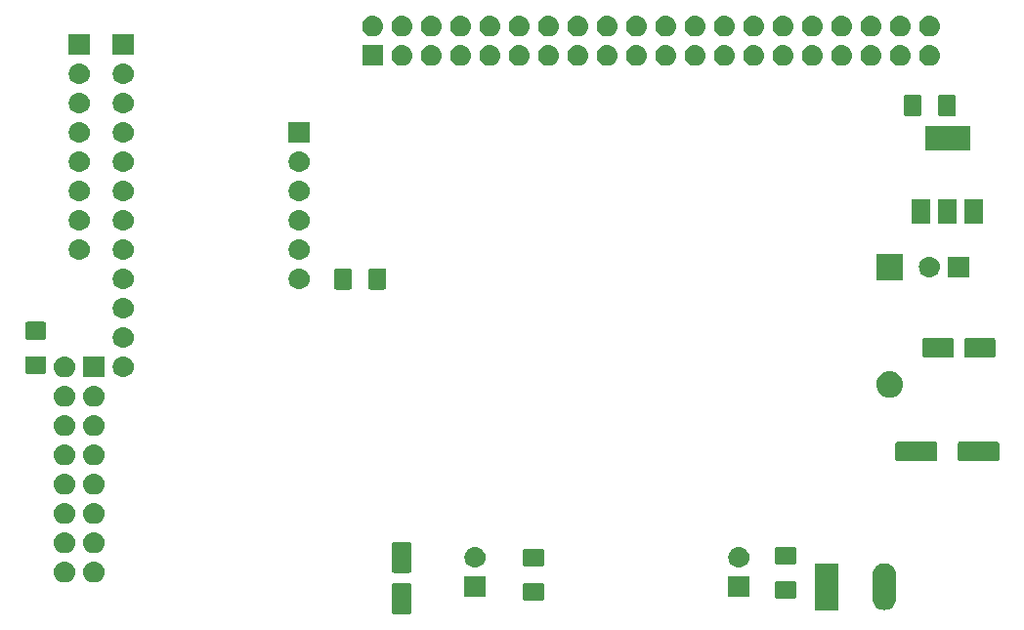
<source format=gts>
G04 #@! TF.GenerationSoftware,KiCad,Pcbnew,(5.1.2)-2*
G04 #@! TF.CreationDate,2019-09-19T18:24:33+10:00*
G04 #@! TF.ProjectId,PecsRemoteHat.lib,50656373-5265-46d6-9f74-654861742e6c,rev?*
G04 #@! TF.SameCoordinates,Original*
G04 #@! TF.FileFunction,Soldermask,Top*
G04 #@! TF.FilePolarity,Negative*
%FSLAX46Y46*%
G04 Gerber Fmt 4.6, Leading zero omitted, Abs format (unit mm)*
G04 Created by KiCad (PCBNEW (5.1.2)-2) date 2019-09-19 18:24:33*
%MOMM*%
%LPD*%
G04 APERTURE LIST*
%ADD10C,0.100000*%
G04 APERTURE END LIST*
D10*
G36*
X93415997Y-139413051D02*
G01*
X93449652Y-139423261D01*
X93480665Y-139439838D01*
X93507851Y-139462149D01*
X93530162Y-139489335D01*
X93546739Y-139520348D01*
X93556949Y-139554003D01*
X93561000Y-139595138D01*
X93561000Y-141924862D01*
X93556949Y-141965997D01*
X93546739Y-141999652D01*
X93530162Y-142030665D01*
X93507851Y-142057851D01*
X93480665Y-142080162D01*
X93449652Y-142096739D01*
X93415997Y-142106949D01*
X93374862Y-142111000D01*
X92045138Y-142111000D01*
X92004003Y-142106949D01*
X91970348Y-142096739D01*
X91939335Y-142080162D01*
X91912149Y-142057851D01*
X91889838Y-142030665D01*
X91873261Y-141999652D01*
X91863051Y-141965997D01*
X91859000Y-141924862D01*
X91859000Y-139595138D01*
X91863051Y-139554003D01*
X91873261Y-139520348D01*
X91889838Y-139489335D01*
X91912149Y-139462149D01*
X91939335Y-139439838D01*
X91970348Y-139423261D01*
X92004003Y-139413051D01*
X92045138Y-139409000D01*
X93374862Y-139409000D01*
X93415997Y-139413051D01*
X93415997Y-139413051D01*
G37*
G36*
X134744071Y-137684063D02*
G01*
X134940300Y-137743589D01*
X135121146Y-137840253D01*
X135155410Y-137868373D01*
X135279660Y-137970340D01*
X135409748Y-138128855D01*
X135474879Y-138250707D01*
X135506411Y-138309699D01*
X135565937Y-138505928D01*
X135575979Y-138607888D01*
X135581000Y-138658867D01*
X135581000Y-140741133D01*
X135577227Y-140779439D01*
X135565937Y-140894072D01*
X135506411Y-141090301D01*
X135506410Y-141090303D01*
X135409748Y-141271145D01*
X135279660Y-141429660D01*
X135121145Y-141559748D01*
X134940303Y-141656410D01*
X134940301Y-141656411D01*
X134744072Y-141715937D01*
X134540000Y-141736036D01*
X134335929Y-141715937D01*
X134139700Y-141656411D01*
X134139698Y-141656410D01*
X133958856Y-141559748D01*
X133800341Y-141429660D01*
X133670253Y-141271145D01*
X133573591Y-141090303D01*
X133573590Y-141090301D01*
X133514064Y-140894072D01*
X133502774Y-140779439D01*
X133499001Y-140741133D01*
X133499000Y-138658868D01*
X133514063Y-138505931D01*
X133514063Y-138505929D01*
X133573589Y-138309700D01*
X133670253Y-138128854D01*
X133736638Y-138047963D01*
X133800340Y-137970340D01*
X133958855Y-137840252D01*
X134139697Y-137743590D01*
X134139699Y-137743589D01*
X134335928Y-137684063D01*
X134540000Y-137663964D01*
X134744071Y-137684063D01*
X134744071Y-137684063D01*
G37*
G36*
X130581000Y-141731000D02*
G01*
X128499000Y-141731000D01*
X128499000Y-137669000D01*
X130581000Y-137669000D01*
X130581000Y-141731000D01*
X130581000Y-141731000D01*
G37*
G36*
X104915562Y-139375681D02*
G01*
X104950481Y-139386274D01*
X104982663Y-139403476D01*
X105010873Y-139426627D01*
X105034024Y-139454837D01*
X105051226Y-139487019D01*
X105061819Y-139521938D01*
X105066000Y-139564395D01*
X105066000Y-140705605D01*
X105061819Y-140748062D01*
X105051226Y-140782981D01*
X105034024Y-140815163D01*
X105010873Y-140843373D01*
X104982663Y-140866524D01*
X104950481Y-140883726D01*
X104915562Y-140894319D01*
X104873105Y-140898500D01*
X103406895Y-140898500D01*
X103364438Y-140894319D01*
X103329519Y-140883726D01*
X103297337Y-140866524D01*
X103269127Y-140843373D01*
X103245976Y-140815163D01*
X103228774Y-140782981D01*
X103218181Y-140748062D01*
X103214000Y-140705605D01*
X103214000Y-139564395D01*
X103218181Y-139521938D01*
X103228774Y-139487019D01*
X103245976Y-139454837D01*
X103269127Y-139426627D01*
X103297337Y-139403476D01*
X103329519Y-139386274D01*
X103364438Y-139375681D01*
X103406895Y-139371500D01*
X104873105Y-139371500D01*
X104915562Y-139375681D01*
X104915562Y-139375681D01*
G37*
G36*
X126775562Y-139215681D02*
G01*
X126810481Y-139226274D01*
X126842663Y-139243476D01*
X126870873Y-139266627D01*
X126894024Y-139294837D01*
X126911226Y-139327019D01*
X126921819Y-139361938D01*
X126926000Y-139404395D01*
X126926000Y-140545605D01*
X126921819Y-140588062D01*
X126911226Y-140622981D01*
X126894024Y-140655163D01*
X126870873Y-140683373D01*
X126842663Y-140706524D01*
X126810481Y-140723726D01*
X126775562Y-140734319D01*
X126733105Y-140738500D01*
X125266895Y-140738500D01*
X125224438Y-140734319D01*
X125189519Y-140723726D01*
X125157337Y-140706524D01*
X125129127Y-140683373D01*
X125105976Y-140655163D01*
X125088774Y-140622981D01*
X125078181Y-140588062D01*
X125074000Y-140545605D01*
X125074000Y-139404395D01*
X125078181Y-139361938D01*
X125088774Y-139327019D01*
X125105976Y-139294837D01*
X125129127Y-139266627D01*
X125157337Y-139243476D01*
X125189519Y-139226274D01*
X125224438Y-139215681D01*
X125266895Y-139211500D01*
X126733105Y-139211500D01*
X126775562Y-139215681D01*
X126775562Y-139215681D01*
G37*
G36*
X122821000Y-140601000D02*
G01*
X121019000Y-140601000D01*
X121019000Y-138799000D01*
X122821000Y-138799000D01*
X122821000Y-140601000D01*
X122821000Y-140601000D01*
G37*
G36*
X99961000Y-140601000D02*
G01*
X98159000Y-140601000D01*
X98159000Y-138799000D01*
X99961000Y-138799000D01*
X99961000Y-140601000D01*
X99961000Y-140601000D01*
G37*
G36*
X63679294Y-137528633D02*
G01*
X63851695Y-137580931D01*
X64010583Y-137665858D01*
X64149849Y-137780151D01*
X64264142Y-137919417D01*
X64349069Y-138078305D01*
X64401367Y-138250706D01*
X64419025Y-138430000D01*
X64401367Y-138609294D01*
X64349069Y-138781695D01*
X64264142Y-138940583D01*
X64149849Y-139079849D01*
X64010583Y-139194142D01*
X63851695Y-139279069D01*
X63679294Y-139331367D01*
X63544931Y-139344600D01*
X63455069Y-139344600D01*
X63320706Y-139331367D01*
X63148305Y-139279069D01*
X62989417Y-139194142D01*
X62850151Y-139079849D01*
X62735858Y-138940583D01*
X62650931Y-138781695D01*
X62598633Y-138609294D01*
X62580975Y-138430000D01*
X62598633Y-138250706D01*
X62650931Y-138078305D01*
X62735858Y-137919417D01*
X62850151Y-137780151D01*
X62989417Y-137665858D01*
X63148305Y-137580931D01*
X63320706Y-137528633D01*
X63455069Y-137515400D01*
X63544931Y-137515400D01*
X63679294Y-137528633D01*
X63679294Y-137528633D01*
G37*
G36*
X66219294Y-137528633D02*
G01*
X66391695Y-137580931D01*
X66550583Y-137665858D01*
X66689849Y-137780151D01*
X66804142Y-137919417D01*
X66889069Y-138078305D01*
X66941367Y-138250706D01*
X66959025Y-138430000D01*
X66941367Y-138609294D01*
X66889069Y-138781695D01*
X66804142Y-138940583D01*
X66689849Y-139079849D01*
X66550583Y-139194142D01*
X66391695Y-139279069D01*
X66219294Y-139331367D01*
X66084931Y-139344600D01*
X65995069Y-139344600D01*
X65860706Y-139331367D01*
X65688305Y-139279069D01*
X65529417Y-139194142D01*
X65390151Y-139079849D01*
X65275858Y-138940583D01*
X65190931Y-138781695D01*
X65138633Y-138609294D01*
X65120975Y-138430000D01*
X65138633Y-138250706D01*
X65190931Y-138078305D01*
X65275858Y-137919417D01*
X65390151Y-137780151D01*
X65529417Y-137665858D01*
X65688305Y-137580931D01*
X65860706Y-137528633D01*
X65995069Y-137515400D01*
X66084931Y-137515400D01*
X66219294Y-137528633D01*
X66219294Y-137528633D01*
G37*
G36*
X93415997Y-135813051D02*
G01*
X93449652Y-135823261D01*
X93480665Y-135839838D01*
X93507851Y-135862149D01*
X93530162Y-135889335D01*
X93546739Y-135920348D01*
X93556949Y-135954003D01*
X93561000Y-135995138D01*
X93561000Y-138324862D01*
X93556949Y-138365997D01*
X93546739Y-138399652D01*
X93530162Y-138430665D01*
X93507851Y-138457851D01*
X93480665Y-138480162D01*
X93449652Y-138496739D01*
X93415997Y-138506949D01*
X93374862Y-138511000D01*
X92045138Y-138511000D01*
X92004003Y-138506949D01*
X91970348Y-138496739D01*
X91939335Y-138480162D01*
X91912149Y-138457851D01*
X91889838Y-138430665D01*
X91873261Y-138399652D01*
X91863051Y-138365997D01*
X91859000Y-138324862D01*
X91859000Y-135995138D01*
X91863051Y-135954003D01*
X91873261Y-135920348D01*
X91889838Y-135889335D01*
X91912149Y-135862149D01*
X91939335Y-135839838D01*
X91970348Y-135823261D01*
X92004003Y-135813051D01*
X92045138Y-135809000D01*
X93374862Y-135809000D01*
X93415997Y-135813051D01*
X93415997Y-135813051D01*
G37*
G36*
X122030443Y-136265519D02*
G01*
X122096627Y-136272037D01*
X122266466Y-136323557D01*
X122422991Y-136407222D01*
X122458729Y-136436552D01*
X122560186Y-136519814D01*
X122635947Y-136612131D01*
X122672778Y-136657009D01*
X122756443Y-136813534D01*
X122807963Y-136983373D01*
X122825359Y-137160000D01*
X122807963Y-137336627D01*
X122756443Y-137506466D01*
X122672778Y-137662991D01*
X122654687Y-137685035D01*
X122560186Y-137800186D01*
X122464939Y-137878352D01*
X122422991Y-137912778D01*
X122266466Y-137996443D01*
X122096627Y-138047963D01*
X122030442Y-138054482D01*
X121964260Y-138061000D01*
X121875740Y-138061000D01*
X121809558Y-138054482D01*
X121743373Y-138047963D01*
X121573534Y-137996443D01*
X121417009Y-137912778D01*
X121375061Y-137878352D01*
X121279814Y-137800186D01*
X121185313Y-137685035D01*
X121167222Y-137662991D01*
X121083557Y-137506466D01*
X121032037Y-137336627D01*
X121014641Y-137160000D01*
X121032037Y-136983373D01*
X121083557Y-136813534D01*
X121167222Y-136657009D01*
X121204053Y-136612131D01*
X121279814Y-136519814D01*
X121381271Y-136436552D01*
X121417009Y-136407222D01*
X121573534Y-136323557D01*
X121743373Y-136272037D01*
X121809557Y-136265519D01*
X121875740Y-136259000D01*
X121964260Y-136259000D01*
X122030443Y-136265519D01*
X122030443Y-136265519D01*
G37*
G36*
X99170443Y-136265519D02*
G01*
X99236627Y-136272037D01*
X99406466Y-136323557D01*
X99562991Y-136407222D01*
X99598729Y-136436552D01*
X99700186Y-136519814D01*
X99775947Y-136612131D01*
X99812778Y-136657009D01*
X99896443Y-136813534D01*
X99947963Y-136983373D01*
X99965359Y-137160000D01*
X99947963Y-137336627D01*
X99896443Y-137506466D01*
X99812778Y-137662991D01*
X99794687Y-137685035D01*
X99700186Y-137800186D01*
X99604939Y-137878352D01*
X99562991Y-137912778D01*
X99406466Y-137996443D01*
X99236627Y-138047963D01*
X99170442Y-138054482D01*
X99104260Y-138061000D01*
X99015740Y-138061000D01*
X98949558Y-138054482D01*
X98883373Y-138047963D01*
X98713534Y-137996443D01*
X98557009Y-137912778D01*
X98515061Y-137878352D01*
X98419814Y-137800186D01*
X98325313Y-137685035D01*
X98307222Y-137662991D01*
X98223557Y-137506466D01*
X98172037Y-137336627D01*
X98154641Y-137160000D01*
X98172037Y-136983373D01*
X98223557Y-136813534D01*
X98307222Y-136657009D01*
X98344053Y-136612131D01*
X98419814Y-136519814D01*
X98521271Y-136436552D01*
X98557009Y-136407222D01*
X98713534Y-136323557D01*
X98883373Y-136272037D01*
X98949557Y-136265519D01*
X99015740Y-136259000D01*
X99104260Y-136259000D01*
X99170443Y-136265519D01*
X99170443Y-136265519D01*
G37*
G36*
X104915562Y-136400681D02*
G01*
X104950481Y-136411274D01*
X104982663Y-136428476D01*
X105010873Y-136451627D01*
X105034024Y-136479837D01*
X105051226Y-136512019D01*
X105061819Y-136546938D01*
X105066000Y-136589395D01*
X105066000Y-137730605D01*
X105061819Y-137773062D01*
X105051226Y-137807981D01*
X105034024Y-137840163D01*
X105010873Y-137868373D01*
X104982663Y-137891524D01*
X104950481Y-137908726D01*
X104915562Y-137919319D01*
X104873105Y-137923500D01*
X103406895Y-137923500D01*
X103364438Y-137919319D01*
X103329519Y-137908726D01*
X103297337Y-137891524D01*
X103269127Y-137868373D01*
X103245976Y-137840163D01*
X103228774Y-137807981D01*
X103218181Y-137773062D01*
X103214000Y-137730605D01*
X103214000Y-136589395D01*
X103218181Y-136546938D01*
X103228774Y-136512019D01*
X103245976Y-136479837D01*
X103269127Y-136451627D01*
X103297337Y-136428476D01*
X103329519Y-136411274D01*
X103364438Y-136400681D01*
X103406895Y-136396500D01*
X104873105Y-136396500D01*
X104915562Y-136400681D01*
X104915562Y-136400681D01*
G37*
G36*
X126775562Y-136240681D02*
G01*
X126810481Y-136251274D01*
X126842663Y-136268476D01*
X126870873Y-136291627D01*
X126894024Y-136319837D01*
X126911226Y-136352019D01*
X126921819Y-136386938D01*
X126926000Y-136429395D01*
X126926000Y-137570605D01*
X126921819Y-137613062D01*
X126911226Y-137647981D01*
X126894024Y-137680163D01*
X126870873Y-137708373D01*
X126842663Y-137731524D01*
X126810481Y-137748726D01*
X126775562Y-137759319D01*
X126733105Y-137763500D01*
X125266895Y-137763500D01*
X125224438Y-137759319D01*
X125189519Y-137748726D01*
X125157337Y-137731524D01*
X125129127Y-137708373D01*
X125105976Y-137680163D01*
X125088774Y-137647981D01*
X125078181Y-137613062D01*
X125074000Y-137570605D01*
X125074000Y-136429395D01*
X125078181Y-136386938D01*
X125088774Y-136352019D01*
X125105976Y-136319837D01*
X125129127Y-136291627D01*
X125157337Y-136268476D01*
X125189519Y-136251274D01*
X125224438Y-136240681D01*
X125266895Y-136236500D01*
X126733105Y-136236500D01*
X126775562Y-136240681D01*
X126775562Y-136240681D01*
G37*
G36*
X66219294Y-134988633D02*
G01*
X66391695Y-135040931D01*
X66550583Y-135125858D01*
X66689849Y-135240151D01*
X66804142Y-135379417D01*
X66889069Y-135538305D01*
X66941367Y-135710706D01*
X66959025Y-135890000D01*
X66941367Y-136069294D01*
X66889069Y-136241695D01*
X66804142Y-136400583D01*
X66689849Y-136539849D01*
X66550583Y-136654142D01*
X66391695Y-136739069D01*
X66219294Y-136791367D01*
X66084931Y-136804600D01*
X65995069Y-136804600D01*
X65860706Y-136791367D01*
X65688305Y-136739069D01*
X65529417Y-136654142D01*
X65390151Y-136539849D01*
X65275858Y-136400583D01*
X65190931Y-136241695D01*
X65138633Y-136069294D01*
X65120975Y-135890000D01*
X65138633Y-135710706D01*
X65190931Y-135538305D01*
X65275858Y-135379417D01*
X65390151Y-135240151D01*
X65529417Y-135125858D01*
X65688305Y-135040931D01*
X65860706Y-134988633D01*
X65995069Y-134975400D01*
X66084931Y-134975400D01*
X66219294Y-134988633D01*
X66219294Y-134988633D01*
G37*
G36*
X63679294Y-134988633D02*
G01*
X63851695Y-135040931D01*
X64010583Y-135125858D01*
X64149849Y-135240151D01*
X64264142Y-135379417D01*
X64349069Y-135538305D01*
X64401367Y-135710706D01*
X64419025Y-135890000D01*
X64401367Y-136069294D01*
X64349069Y-136241695D01*
X64264142Y-136400583D01*
X64149849Y-136539849D01*
X64010583Y-136654142D01*
X63851695Y-136739069D01*
X63679294Y-136791367D01*
X63544931Y-136804600D01*
X63455069Y-136804600D01*
X63320706Y-136791367D01*
X63148305Y-136739069D01*
X62989417Y-136654142D01*
X62850151Y-136539849D01*
X62735858Y-136400583D01*
X62650931Y-136241695D01*
X62598633Y-136069294D01*
X62580975Y-135890000D01*
X62598633Y-135710706D01*
X62650931Y-135538305D01*
X62735858Y-135379417D01*
X62850151Y-135240151D01*
X62989417Y-135125858D01*
X63148305Y-135040931D01*
X63320706Y-134988633D01*
X63455069Y-134975400D01*
X63544931Y-134975400D01*
X63679294Y-134988633D01*
X63679294Y-134988633D01*
G37*
G36*
X63679294Y-132448633D02*
G01*
X63851695Y-132500931D01*
X64010583Y-132585858D01*
X64149849Y-132700151D01*
X64264142Y-132839417D01*
X64349069Y-132998305D01*
X64401367Y-133170706D01*
X64419025Y-133350000D01*
X64401367Y-133529294D01*
X64349069Y-133701695D01*
X64264142Y-133860583D01*
X64149849Y-133999849D01*
X64010583Y-134114142D01*
X63851695Y-134199069D01*
X63679294Y-134251367D01*
X63544931Y-134264600D01*
X63455069Y-134264600D01*
X63320706Y-134251367D01*
X63148305Y-134199069D01*
X62989417Y-134114142D01*
X62850151Y-133999849D01*
X62735858Y-133860583D01*
X62650931Y-133701695D01*
X62598633Y-133529294D01*
X62580975Y-133350000D01*
X62598633Y-133170706D01*
X62650931Y-132998305D01*
X62735858Y-132839417D01*
X62850151Y-132700151D01*
X62989417Y-132585858D01*
X63148305Y-132500931D01*
X63320706Y-132448633D01*
X63455069Y-132435400D01*
X63544931Y-132435400D01*
X63679294Y-132448633D01*
X63679294Y-132448633D01*
G37*
G36*
X66219294Y-132448633D02*
G01*
X66391695Y-132500931D01*
X66550583Y-132585858D01*
X66689849Y-132700151D01*
X66804142Y-132839417D01*
X66889069Y-132998305D01*
X66941367Y-133170706D01*
X66959025Y-133350000D01*
X66941367Y-133529294D01*
X66889069Y-133701695D01*
X66804142Y-133860583D01*
X66689849Y-133999849D01*
X66550583Y-134114142D01*
X66391695Y-134199069D01*
X66219294Y-134251367D01*
X66084931Y-134264600D01*
X65995069Y-134264600D01*
X65860706Y-134251367D01*
X65688305Y-134199069D01*
X65529417Y-134114142D01*
X65390151Y-133999849D01*
X65275858Y-133860583D01*
X65190931Y-133701695D01*
X65138633Y-133529294D01*
X65120975Y-133350000D01*
X65138633Y-133170706D01*
X65190931Y-132998305D01*
X65275858Y-132839417D01*
X65390151Y-132700151D01*
X65529417Y-132585858D01*
X65688305Y-132500931D01*
X65860706Y-132448633D01*
X65995069Y-132435400D01*
X66084931Y-132435400D01*
X66219294Y-132448633D01*
X66219294Y-132448633D01*
G37*
G36*
X63679294Y-129908633D02*
G01*
X63851695Y-129960931D01*
X64010583Y-130045858D01*
X64149849Y-130160151D01*
X64264142Y-130299417D01*
X64349069Y-130458305D01*
X64401367Y-130630706D01*
X64419025Y-130810000D01*
X64401367Y-130989294D01*
X64349069Y-131161695D01*
X64264142Y-131320583D01*
X64149849Y-131459849D01*
X64010583Y-131574142D01*
X63851695Y-131659069D01*
X63679294Y-131711367D01*
X63544931Y-131724600D01*
X63455069Y-131724600D01*
X63320706Y-131711367D01*
X63148305Y-131659069D01*
X62989417Y-131574142D01*
X62850151Y-131459849D01*
X62735858Y-131320583D01*
X62650931Y-131161695D01*
X62598633Y-130989294D01*
X62580975Y-130810000D01*
X62598633Y-130630706D01*
X62650931Y-130458305D01*
X62735858Y-130299417D01*
X62850151Y-130160151D01*
X62989417Y-130045858D01*
X63148305Y-129960931D01*
X63320706Y-129908633D01*
X63455069Y-129895400D01*
X63544931Y-129895400D01*
X63679294Y-129908633D01*
X63679294Y-129908633D01*
G37*
G36*
X66219294Y-129908633D02*
G01*
X66391695Y-129960931D01*
X66550583Y-130045858D01*
X66689849Y-130160151D01*
X66804142Y-130299417D01*
X66889069Y-130458305D01*
X66941367Y-130630706D01*
X66959025Y-130810000D01*
X66941367Y-130989294D01*
X66889069Y-131161695D01*
X66804142Y-131320583D01*
X66689849Y-131459849D01*
X66550583Y-131574142D01*
X66391695Y-131659069D01*
X66219294Y-131711367D01*
X66084931Y-131724600D01*
X65995069Y-131724600D01*
X65860706Y-131711367D01*
X65688305Y-131659069D01*
X65529417Y-131574142D01*
X65390151Y-131459849D01*
X65275858Y-131320583D01*
X65190931Y-131161695D01*
X65138633Y-130989294D01*
X65120975Y-130810000D01*
X65138633Y-130630706D01*
X65190931Y-130458305D01*
X65275858Y-130299417D01*
X65390151Y-130160151D01*
X65529417Y-130045858D01*
X65688305Y-129960931D01*
X65860706Y-129908633D01*
X65995069Y-129895400D01*
X66084931Y-129895400D01*
X66219294Y-129908633D01*
X66219294Y-129908633D01*
G37*
G36*
X63679294Y-127368633D02*
G01*
X63851695Y-127420931D01*
X64010583Y-127505858D01*
X64149849Y-127620151D01*
X64264142Y-127759417D01*
X64349069Y-127918305D01*
X64401367Y-128090706D01*
X64419025Y-128270000D01*
X64401367Y-128449294D01*
X64349069Y-128621695D01*
X64264142Y-128780583D01*
X64149849Y-128919849D01*
X64010583Y-129034142D01*
X63851695Y-129119069D01*
X63679294Y-129171367D01*
X63544931Y-129184600D01*
X63455069Y-129184600D01*
X63320706Y-129171367D01*
X63148305Y-129119069D01*
X62989417Y-129034142D01*
X62850151Y-128919849D01*
X62735858Y-128780583D01*
X62650931Y-128621695D01*
X62598633Y-128449294D01*
X62580975Y-128270000D01*
X62598633Y-128090706D01*
X62650931Y-127918305D01*
X62735858Y-127759417D01*
X62850151Y-127620151D01*
X62989417Y-127505858D01*
X63148305Y-127420931D01*
X63320706Y-127368633D01*
X63455069Y-127355400D01*
X63544931Y-127355400D01*
X63679294Y-127368633D01*
X63679294Y-127368633D01*
G37*
G36*
X66219294Y-127368633D02*
G01*
X66391695Y-127420931D01*
X66550583Y-127505858D01*
X66689849Y-127620151D01*
X66804142Y-127759417D01*
X66889069Y-127918305D01*
X66941367Y-128090706D01*
X66959025Y-128270000D01*
X66941367Y-128449294D01*
X66889069Y-128621695D01*
X66804142Y-128780583D01*
X66689849Y-128919849D01*
X66550583Y-129034142D01*
X66391695Y-129119069D01*
X66219294Y-129171367D01*
X66084931Y-129184600D01*
X65995069Y-129184600D01*
X65860706Y-129171367D01*
X65688305Y-129119069D01*
X65529417Y-129034142D01*
X65390151Y-128919849D01*
X65275858Y-128780583D01*
X65190931Y-128621695D01*
X65138633Y-128449294D01*
X65120975Y-128270000D01*
X65138633Y-128090706D01*
X65190931Y-127918305D01*
X65275858Y-127759417D01*
X65390151Y-127620151D01*
X65529417Y-127505858D01*
X65688305Y-127420931D01*
X65860706Y-127368633D01*
X65995069Y-127355400D01*
X66084931Y-127355400D01*
X66219294Y-127368633D01*
X66219294Y-127368633D01*
G37*
G36*
X138955997Y-127153051D02*
G01*
X138989652Y-127163261D01*
X139020665Y-127179838D01*
X139047851Y-127202149D01*
X139070162Y-127229335D01*
X139086739Y-127260348D01*
X139096949Y-127294003D01*
X139101000Y-127335138D01*
X139101000Y-128664862D01*
X139096949Y-128705997D01*
X139086739Y-128739652D01*
X139070162Y-128770665D01*
X139047851Y-128797851D01*
X139020665Y-128820162D01*
X138989652Y-128836739D01*
X138955997Y-128846949D01*
X138914862Y-128851000D01*
X135685138Y-128851000D01*
X135644003Y-128846949D01*
X135610348Y-128836739D01*
X135579335Y-128820162D01*
X135552149Y-128797851D01*
X135529838Y-128770665D01*
X135513261Y-128739652D01*
X135503051Y-128705997D01*
X135499000Y-128664862D01*
X135499000Y-127335138D01*
X135503051Y-127294003D01*
X135513261Y-127260348D01*
X135529838Y-127229335D01*
X135552149Y-127202149D01*
X135579335Y-127179838D01*
X135610348Y-127163261D01*
X135644003Y-127153051D01*
X135685138Y-127149000D01*
X138914862Y-127149000D01*
X138955997Y-127153051D01*
X138955997Y-127153051D01*
G37*
G36*
X144355997Y-127153051D02*
G01*
X144389652Y-127163261D01*
X144420665Y-127179838D01*
X144447851Y-127202149D01*
X144470162Y-127229335D01*
X144486739Y-127260348D01*
X144496949Y-127294003D01*
X144501000Y-127335138D01*
X144501000Y-128664862D01*
X144496949Y-128705997D01*
X144486739Y-128739652D01*
X144470162Y-128770665D01*
X144447851Y-128797851D01*
X144420665Y-128820162D01*
X144389652Y-128836739D01*
X144355997Y-128846949D01*
X144314862Y-128851000D01*
X141085138Y-128851000D01*
X141044003Y-128846949D01*
X141010348Y-128836739D01*
X140979335Y-128820162D01*
X140952149Y-128797851D01*
X140929838Y-128770665D01*
X140913261Y-128739652D01*
X140903051Y-128705997D01*
X140899000Y-128664862D01*
X140899000Y-127335138D01*
X140903051Y-127294003D01*
X140913261Y-127260348D01*
X140929838Y-127229335D01*
X140952149Y-127202149D01*
X140979335Y-127179838D01*
X141010348Y-127163261D01*
X141044003Y-127153051D01*
X141085138Y-127149000D01*
X144314862Y-127149000D01*
X144355997Y-127153051D01*
X144355997Y-127153051D01*
G37*
G36*
X63679294Y-124828633D02*
G01*
X63851695Y-124880931D01*
X64010583Y-124965858D01*
X64149849Y-125080151D01*
X64264142Y-125219417D01*
X64349069Y-125378305D01*
X64401367Y-125550706D01*
X64419025Y-125730000D01*
X64401367Y-125909294D01*
X64349069Y-126081695D01*
X64264142Y-126240583D01*
X64149849Y-126379849D01*
X64010583Y-126494142D01*
X63851695Y-126579069D01*
X63679294Y-126631367D01*
X63544931Y-126644600D01*
X63455069Y-126644600D01*
X63320706Y-126631367D01*
X63148305Y-126579069D01*
X62989417Y-126494142D01*
X62850151Y-126379849D01*
X62735858Y-126240583D01*
X62650931Y-126081695D01*
X62598633Y-125909294D01*
X62580975Y-125730000D01*
X62598633Y-125550706D01*
X62650931Y-125378305D01*
X62735858Y-125219417D01*
X62850151Y-125080151D01*
X62989417Y-124965858D01*
X63148305Y-124880931D01*
X63320706Y-124828633D01*
X63455069Y-124815400D01*
X63544931Y-124815400D01*
X63679294Y-124828633D01*
X63679294Y-124828633D01*
G37*
G36*
X66219294Y-124828633D02*
G01*
X66391695Y-124880931D01*
X66550583Y-124965858D01*
X66689849Y-125080151D01*
X66804142Y-125219417D01*
X66889069Y-125378305D01*
X66941367Y-125550706D01*
X66959025Y-125730000D01*
X66941367Y-125909294D01*
X66889069Y-126081695D01*
X66804142Y-126240583D01*
X66689849Y-126379849D01*
X66550583Y-126494142D01*
X66391695Y-126579069D01*
X66219294Y-126631367D01*
X66084931Y-126644600D01*
X65995069Y-126644600D01*
X65860706Y-126631367D01*
X65688305Y-126579069D01*
X65529417Y-126494142D01*
X65390151Y-126379849D01*
X65275858Y-126240583D01*
X65190931Y-126081695D01*
X65138633Y-125909294D01*
X65120975Y-125730000D01*
X65138633Y-125550706D01*
X65190931Y-125378305D01*
X65275858Y-125219417D01*
X65390151Y-125080151D01*
X65529417Y-124965858D01*
X65688305Y-124880931D01*
X65860706Y-124828633D01*
X65995069Y-124815400D01*
X66084931Y-124815400D01*
X66219294Y-124828633D01*
X66219294Y-124828633D01*
G37*
G36*
X63679294Y-122288633D02*
G01*
X63851695Y-122340931D01*
X64010583Y-122425858D01*
X64149849Y-122540151D01*
X64264142Y-122679417D01*
X64349069Y-122838305D01*
X64401367Y-123010706D01*
X64419025Y-123190000D01*
X64401367Y-123369294D01*
X64349069Y-123541695D01*
X64264142Y-123700583D01*
X64149849Y-123839849D01*
X64010583Y-123954142D01*
X63851695Y-124039069D01*
X63679294Y-124091367D01*
X63544931Y-124104600D01*
X63455069Y-124104600D01*
X63320706Y-124091367D01*
X63148305Y-124039069D01*
X62989417Y-123954142D01*
X62850151Y-123839849D01*
X62735858Y-123700583D01*
X62650931Y-123541695D01*
X62598633Y-123369294D01*
X62580975Y-123190000D01*
X62598633Y-123010706D01*
X62650931Y-122838305D01*
X62735858Y-122679417D01*
X62850151Y-122540151D01*
X62989417Y-122425858D01*
X63148305Y-122340931D01*
X63320706Y-122288633D01*
X63455069Y-122275400D01*
X63544931Y-122275400D01*
X63679294Y-122288633D01*
X63679294Y-122288633D01*
G37*
G36*
X66219294Y-122288633D02*
G01*
X66391695Y-122340931D01*
X66550583Y-122425858D01*
X66689849Y-122540151D01*
X66804142Y-122679417D01*
X66889069Y-122838305D01*
X66941367Y-123010706D01*
X66959025Y-123190000D01*
X66941367Y-123369294D01*
X66889069Y-123541695D01*
X66804142Y-123700583D01*
X66689849Y-123839849D01*
X66550583Y-123954142D01*
X66391695Y-124039069D01*
X66219294Y-124091367D01*
X66084931Y-124104600D01*
X65995069Y-124104600D01*
X65860706Y-124091367D01*
X65688305Y-124039069D01*
X65529417Y-123954142D01*
X65390151Y-123839849D01*
X65275858Y-123700583D01*
X65190931Y-123541695D01*
X65138633Y-123369294D01*
X65120975Y-123190000D01*
X65138633Y-123010706D01*
X65190931Y-122838305D01*
X65275858Y-122679417D01*
X65390151Y-122540151D01*
X65529417Y-122425858D01*
X65688305Y-122340931D01*
X65860706Y-122288633D01*
X65995069Y-122275400D01*
X66084931Y-122275400D01*
X66219294Y-122288633D01*
X66219294Y-122288633D01*
G37*
G36*
X135169271Y-121020103D02*
G01*
X135225635Y-121025654D01*
X135442600Y-121091470D01*
X135442602Y-121091471D01*
X135642555Y-121198347D01*
X135817818Y-121342182D01*
X135961653Y-121517445D01*
X136068529Y-121717398D01*
X136068530Y-121717400D01*
X136134346Y-121934365D01*
X136156569Y-122160000D01*
X136134346Y-122385635D01*
X136087474Y-122540151D01*
X136068529Y-122602602D01*
X135961653Y-122802555D01*
X135817818Y-122977818D01*
X135642555Y-123121653D01*
X135514685Y-123190000D01*
X135442600Y-123228530D01*
X135225635Y-123294346D01*
X135169271Y-123299897D01*
X135056545Y-123311000D01*
X134943455Y-123311000D01*
X134830729Y-123299897D01*
X134774365Y-123294346D01*
X134557400Y-123228530D01*
X134485315Y-123190000D01*
X134357445Y-123121653D01*
X134182182Y-122977818D01*
X134038347Y-122802555D01*
X133931471Y-122602602D01*
X133912527Y-122540151D01*
X133865654Y-122385635D01*
X133843431Y-122160000D01*
X133865654Y-121934365D01*
X133931470Y-121717400D01*
X133931471Y-121717398D01*
X134038347Y-121517445D01*
X134182182Y-121342182D01*
X134357445Y-121198347D01*
X134557398Y-121091471D01*
X134557400Y-121091470D01*
X134774365Y-121025654D01*
X134830729Y-121020103D01*
X134943455Y-121009000D01*
X135056545Y-121009000D01*
X135169271Y-121020103D01*
X135169271Y-121020103D01*
G37*
G36*
X63679294Y-119748633D02*
G01*
X63851695Y-119800931D01*
X64010583Y-119885858D01*
X64149849Y-120000151D01*
X64264142Y-120139417D01*
X64349069Y-120298305D01*
X64401367Y-120470706D01*
X64419025Y-120650000D01*
X64401367Y-120829294D01*
X64349069Y-121001695D01*
X64264142Y-121160583D01*
X64149849Y-121299849D01*
X64010583Y-121414142D01*
X63851695Y-121499069D01*
X63679294Y-121551367D01*
X63544931Y-121564600D01*
X63455069Y-121564600D01*
X63320706Y-121551367D01*
X63148305Y-121499069D01*
X62989417Y-121414142D01*
X62850151Y-121299849D01*
X62735858Y-121160583D01*
X62650931Y-121001695D01*
X62598633Y-120829294D01*
X62580975Y-120650000D01*
X62598633Y-120470706D01*
X62650931Y-120298305D01*
X62735858Y-120139417D01*
X62850151Y-120000151D01*
X62989417Y-119885858D01*
X63148305Y-119800931D01*
X63320706Y-119748633D01*
X63455069Y-119735400D01*
X63544931Y-119735400D01*
X63679294Y-119748633D01*
X63679294Y-119748633D01*
G37*
G36*
X66954600Y-121564600D02*
G01*
X65125400Y-121564600D01*
X65125400Y-119735400D01*
X66954600Y-119735400D01*
X66954600Y-121564600D01*
X66954600Y-121564600D01*
G37*
G36*
X68690442Y-119755518D02*
G01*
X68756627Y-119762037D01*
X68926466Y-119813557D01*
X69082991Y-119897222D01*
X69106962Y-119916895D01*
X69220186Y-120009814D01*
X69303448Y-120111271D01*
X69332778Y-120147009D01*
X69332779Y-120147011D01*
X69413648Y-120298304D01*
X69416443Y-120303534D01*
X69467963Y-120473373D01*
X69485359Y-120650000D01*
X69467963Y-120826627D01*
X69420496Y-120983105D01*
X69416442Y-120996468D01*
X69409743Y-121009000D01*
X69332778Y-121152991D01*
X69303448Y-121188729D01*
X69220186Y-121290186D01*
X69118729Y-121373448D01*
X69082991Y-121402778D01*
X68926466Y-121486443D01*
X68756627Y-121537963D01*
X68690443Y-121544481D01*
X68624260Y-121551000D01*
X68535740Y-121551000D01*
X68469557Y-121544481D01*
X68403373Y-121537963D01*
X68233534Y-121486443D01*
X68077009Y-121402778D01*
X68041271Y-121373448D01*
X67939814Y-121290186D01*
X67856552Y-121188729D01*
X67827222Y-121152991D01*
X67750257Y-121009000D01*
X67743558Y-120996468D01*
X67739504Y-120983105D01*
X67692037Y-120826627D01*
X67674641Y-120650000D01*
X67692037Y-120473373D01*
X67743557Y-120303534D01*
X67746353Y-120298304D01*
X67827221Y-120147011D01*
X67827222Y-120147009D01*
X67856552Y-120111271D01*
X67939814Y-120009814D01*
X68053038Y-119916895D01*
X68077009Y-119897222D01*
X68233534Y-119813557D01*
X68403373Y-119762037D01*
X68469558Y-119755518D01*
X68535740Y-119749000D01*
X68624260Y-119749000D01*
X68690442Y-119755518D01*
X68690442Y-119755518D01*
G37*
G36*
X61775562Y-119728181D02*
G01*
X61810481Y-119738774D01*
X61842663Y-119755976D01*
X61870873Y-119779127D01*
X61894024Y-119807337D01*
X61911226Y-119839519D01*
X61921819Y-119874438D01*
X61926000Y-119916895D01*
X61926000Y-121058105D01*
X61921819Y-121100562D01*
X61911226Y-121135481D01*
X61894024Y-121167663D01*
X61870873Y-121195873D01*
X61842663Y-121219024D01*
X61810481Y-121236226D01*
X61775562Y-121246819D01*
X61733105Y-121251000D01*
X60266895Y-121251000D01*
X60224438Y-121246819D01*
X60189519Y-121236226D01*
X60157337Y-121219024D01*
X60129127Y-121195873D01*
X60105976Y-121167663D01*
X60088774Y-121135481D01*
X60078181Y-121100562D01*
X60074000Y-121058105D01*
X60074000Y-119916895D01*
X60078181Y-119874438D01*
X60088774Y-119839519D01*
X60105976Y-119807337D01*
X60129127Y-119779127D01*
X60157337Y-119755976D01*
X60189519Y-119738774D01*
X60224438Y-119728181D01*
X60266895Y-119724000D01*
X61733105Y-119724000D01*
X61775562Y-119728181D01*
X61775562Y-119728181D01*
G37*
G36*
X140405997Y-118153051D02*
G01*
X140439652Y-118163261D01*
X140470665Y-118179838D01*
X140497851Y-118202149D01*
X140520162Y-118229335D01*
X140536739Y-118260348D01*
X140546949Y-118294003D01*
X140551000Y-118335138D01*
X140551000Y-119664862D01*
X140546949Y-119705997D01*
X140536739Y-119739652D01*
X140520162Y-119770665D01*
X140497851Y-119797851D01*
X140470665Y-119820162D01*
X140439652Y-119836739D01*
X140405997Y-119846949D01*
X140364862Y-119851000D01*
X138035138Y-119851000D01*
X137994003Y-119846949D01*
X137960348Y-119836739D01*
X137929335Y-119820162D01*
X137902149Y-119797851D01*
X137879838Y-119770665D01*
X137863261Y-119739652D01*
X137853051Y-119705997D01*
X137849000Y-119664862D01*
X137849000Y-118335138D01*
X137853051Y-118294003D01*
X137863261Y-118260348D01*
X137879838Y-118229335D01*
X137902149Y-118202149D01*
X137929335Y-118179838D01*
X137960348Y-118163261D01*
X137994003Y-118153051D01*
X138035138Y-118149000D01*
X140364862Y-118149000D01*
X140405997Y-118153051D01*
X140405997Y-118153051D01*
G37*
G36*
X144005997Y-118153051D02*
G01*
X144039652Y-118163261D01*
X144070665Y-118179838D01*
X144097851Y-118202149D01*
X144120162Y-118229335D01*
X144136739Y-118260348D01*
X144146949Y-118294003D01*
X144151000Y-118335138D01*
X144151000Y-119664862D01*
X144146949Y-119705997D01*
X144136739Y-119739652D01*
X144120162Y-119770665D01*
X144097851Y-119797851D01*
X144070665Y-119820162D01*
X144039652Y-119836739D01*
X144005997Y-119846949D01*
X143964862Y-119851000D01*
X141635138Y-119851000D01*
X141594003Y-119846949D01*
X141560348Y-119836739D01*
X141529335Y-119820162D01*
X141502149Y-119797851D01*
X141479838Y-119770665D01*
X141463261Y-119739652D01*
X141453051Y-119705997D01*
X141449000Y-119664862D01*
X141449000Y-118335138D01*
X141453051Y-118294003D01*
X141463261Y-118260348D01*
X141479838Y-118229335D01*
X141502149Y-118202149D01*
X141529335Y-118179838D01*
X141560348Y-118163261D01*
X141594003Y-118153051D01*
X141635138Y-118149000D01*
X143964862Y-118149000D01*
X144005997Y-118153051D01*
X144005997Y-118153051D01*
G37*
G36*
X68690443Y-117215519D02*
G01*
X68756627Y-117222037D01*
X68926466Y-117273557D01*
X69082991Y-117357222D01*
X69118729Y-117386552D01*
X69220186Y-117469814D01*
X69303448Y-117571271D01*
X69332778Y-117607009D01*
X69416443Y-117763534D01*
X69467963Y-117933373D01*
X69485359Y-118110000D01*
X69467963Y-118286627D01*
X69416443Y-118456466D01*
X69332778Y-118612991D01*
X69303448Y-118648729D01*
X69220186Y-118750186D01*
X69118729Y-118833448D01*
X69082991Y-118862778D01*
X68926466Y-118946443D01*
X68756627Y-118997963D01*
X68690443Y-119004481D01*
X68624260Y-119011000D01*
X68535740Y-119011000D01*
X68469557Y-119004481D01*
X68403373Y-118997963D01*
X68233534Y-118946443D01*
X68077009Y-118862778D01*
X68041271Y-118833448D01*
X67939814Y-118750186D01*
X67856552Y-118648729D01*
X67827222Y-118612991D01*
X67743557Y-118456466D01*
X67692037Y-118286627D01*
X67674641Y-118110000D01*
X67692037Y-117933373D01*
X67743557Y-117763534D01*
X67827222Y-117607009D01*
X67856552Y-117571271D01*
X67939814Y-117469814D01*
X68041271Y-117386552D01*
X68077009Y-117357222D01*
X68233534Y-117273557D01*
X68403373Y-117222037D01*
X68469557Y-117215519D01*
X68535740Y-117209000D01*
X68624260Y-117209000D01*
X68690443Y-117215519D01*
X68690443Y-117215519D01*
G37*
G36*
X61775562Y-116753181D02*
G01*
X61810481Y-116763774D01*
X61842663Y-116780976D01*
X61870873Y-116804127D01*
X61894024Y-116832337D01*
X61911226Y-116864519D01*
X61921819Y-116899438D01*
X61926000Y-116941895D01*
X61926000Y-118083105D01*
X61921819Y-118125562D01*
X61911226Y-118160481D01*
X61894024Y-118192663D01*
X61870873Y-118220873D01*
X61842663Y-118244024D01*
X61810481Y-118261226D01*
X61775562Y-118271819D01*
X61733105Y-118276000D01*
X60266895Y-118276000D01*
X60224438Y-118271819D01*
X60189519Y-118261226D01*
X60157337Y-118244024D01*
X60129127Y-118220873D01*
X60105976Y-118192663D01*
X60088774Y-118160481D01*
X60078181Y-118125562D01*
X60074000Y-118083105D01*
X60074000Y-116941895D01*
X60078181Y-116899438D01*
X60088774Y-116864519D01*
X60105976Y-116832337D01*
X60129127Y-116804127D01*
X60157337Y-116780976D01*
X60189519Y-116763774D01*
X60224438Y-116753181D01*
X60266895Y-116749000D01*
X61733105Y-116749000D01*
X61775562Y-116753181D01*
X61775562Y-116753181D01*
G37*
G36*
X68690443Y-114675519D02*
G01*
X68756627Y-114682037D01*
X68926466Y-114733557D01*
X69082991Y-114817222D01*
X69118729Y-114846552D01*
X69220186Y-114929814D01*
X69303448Y-115031271D01*
X69332778Y-115067009D01*
X69416443Y-115223534D01*
X69467963Y-115393373D01*
X69485359Y-115570000D01*
X69467963Y-115746627D01*
X69416443Y-115916466D01*
X69332778Y-116072991D01*
X69303448Y-116108729D01*
X69220186Y-116210186D01*
X69118729Y-116293448D01*
X69082991Y-116322778D01*
X68926466Y-116406443D01*
X68756627Y-116457963D01*
X68690442Y-116464482D01*
X68624260Y-116471000D01*
X68535740Y-116471000D01*
X68469558Y-116464482D01*
X68403373Y-116457963D01*
X68233534Y-116406443D01*
X68077009Y-116322778D01*
X68041271Y-116293448D01*
X67939814Y-116210186D01*
X67856552Y-116108729D01*
X67827222Y-116072991D01*
X67743557Y-115916466D01*
X67692037Y-115746627D01*
X67674641Y-115570000D01*
X67692037Y-115393373D01*
X67743557Y-115223534D01*
X67827222Y-115067009D01*
X67856552Y-115031271D01*
X67939814Y-114929814D01*
X68041271Y-114846552D01*
X68077009Y-114817222D01*
X68233534Y-114733557D01*
X68403373Y-114682037D01*
X68469557Y-114675519D01*
X68535740Y-114669000D01*
X68624260Y-114669000D01*
X68690443Y-114675519D01*
X68690443Y-114675519D01*
G37*
G36*
X88243062Y-112108181D02*
G01*
X88277981Y-112118774D01*
X88310163Y-112135976D01*
X88338373Y-112159127D01*
X88361524Y-112187337D01*
X88378726Y-112219519D01*
X88389319Y-112254438D01*
X88393500Y-112296895D01*
X88393500Y-113763105D01*
X88389319Y-113805562D01*
X88378726Y-113840481D01*
X88361524Y-113872663D01*
X88338373Y-113900873D01*
X88310163Y-113924024D01*
X88277981Y-113941226D01*
X88243062Y-113951819D01*
X88200605Y-113956000D01*
X87059395Y-113956000D01*
X87016938Y-113951819D01*
X86982019Y-113941226D01*
X86949837Y-113924024D01*
X86921627Y-113900873D01*
X86898476Y-113872663D01*
X86881274Y-113840481D01*
X86870681Y-113805562D01*
X86866500Y-113763105D01*
X86866500Y-112296895D01*
X86870681Y-112254438D01*
X86881274Y-112219519D01*
X86898476Y-112187337D01*
X86921627Y-112159127D01*
X86949837Y-112135976D01*
X86982019Y-112118774D01*
X87016938Y-112108181D01*
X87059395Y-112104000D01*
X88200605Y-112104000D01*
X88243062Y-112108181D01*
X88243062Y-112108181D01*
G37*
G36*
X91218062Y-112108181D02*
G01*
X91252981Y-112118774D01*
X91285163Y-112135976D01*
X91313373Y-112159127D01*
X91336524Y-112187337D01*
X91353726Y-112219519D01*
X91364319Y-112254438D01*
X91368500Y-112296895D01*
X91368500Y-113763105D01*
X91364319Y-113805562D01*
X91353726Y-113840481D01*
X91336524Y-113872663D01*
X91313373Y-113900873D01*
X91285163Y-113924024D01*
X91252981Y-113941226D01*
X91218062Y-113951819D01*
X91175605Y-113956000D01*
X90034395Y-113956000D01*
X89991938Y-113951819D01*
X89957019Y-113941226D01*
X89924837Y-113924024D01*
X89896627Y-113900873D01*
X89873476Y-113872663D01*
X89856274Y-113840481D01*
X89845681Y-113805562D01*
X89841500Y-113763105D01*
X89841500Y-112296895D01*
X89845681Y-112254438D01*
X89856274Y-112219519D01*
X89873476Y-112187337D01*
X89896627Y-112159127D01*
X89924837Y-112135976D01*
X89957019Y-112118774D01*
X89991938Y-112108181D01*
X90034395Y-112104000D01*
X91175605Y-112104000D01*
X91218062Y-112108181D01*
X91218062Y-112108181D01*
G37*
G36*
X83930443Y-112135519D02*
G01*
X83996627Y-112142037D01*
X84166466Y-112193557D01*
X84322991Y-112277222D01*
X84346962Y-112296895D01*
X84460186Y-112389814D01*
X84543448Y-112491271D01*
X84572778Y-112527009D01*
X84656443Y-112683534D01*
X84707963Y-112853373D01*
X84725359Y-113030000D01*
X84707963Y-113206627D01*
X84656443Y-113376466D01*
X84572778Y-113532991D01*
X84543448Y-113568729D01*
X84460186Y-113670186D01*
X84358729Y-113753448D01*
X84322991Y-113782778D01*
X84166466Y-113866443D01*
X83996627Y-113917963D01*
X83935088Y-113924024D01*
X83864260Y-113931000D01*
X83775740Y-113931000D01*
X83704912Y-113924024D01*
X83643373Y-113917963D01*
X83473534Y-113866443D01*
X83317009Y-113782778D01*
X83281271Y-113753448D01*
X83179814Y-113670186D01*
X83096552Y-113568729D01*
X83067222Y-113532991D01*
X82983557Y-113376466D01*
X82932037Y-113206627D01*
X82914641Y-113030000D01*
X82932037Y-112853373D01*
X82983557Y-112683534D01*
X83067222Y-112527009D01*
X83096552Y-112491271D01*
X83179814Y-112389814D01*
X83293038Y-112296895D01*
X83317009Y-112277222D01*
X83473534Y-112193557D01*
X83643373Y-112142037D01*
X83709557Y-112135519D01*
X83775740Y-112129000D01*
X83864260Y-112129000D01*
X83930443Y-112135519D01*
X83930443Y-112135519D01*
G37*
G36*
X68690443Y-112135519D02*
G01*
X68756627Y-112142037D01*
X68926466Y-112193557D01*
X69082991Y-112277222D01*
X69106962Y-112296895D01*
X69220186Y-112389814D01*
X69303448Y-112491271D01*
X69332778Y-112527009D01*
X69416443Y-112683534D01*
X69467963Y-112853373D01*
X69485359Y-113030000D01*
X69467963Y-113206627D01*
X69416443Y-113376466D01*
X69332778Y-113532991D01*
X69303448Y-113568729D01*
X69220186Y-113670186D01*
X69118729Y-113753448D01*
X69082991Y-113782778D01*
X68926466Y-113866443D01*
X68756627Y-113917963D01*
X68695088Y-113924024D01*
X68624260Y-113931000D01*
X68535740Y-113931000D01*
X68464912Y-113924024D01*
X68403373Y-113917963D01*
X68233534Y-113866443D01*
X68077009Y-113782778D01*
X68041271Y-113753448D01*
X67939814Y-113670186D01*
X67856552Y-113568729D01*
X67827222Y-113532991D01*
X67743557Y-113376466D01*
X67692037Y-113206627D01*
X67674641Y-113030000D01*
X67692037Y-112853373D01*
X67743557Y-112683534D01*
X67827222Y-112527009D01*
X67856552Y-112491271D01*
X67939814Y-112389814D01*
X68053038Y-112296895D01*
X68077009Y-112277222D01*
X68233534Y-112193557D01*
X68403373Y-112142037D01*
X68469557Y-112135519D01*
X68535740Y-112129000D01*
X68624260Y-112129000D01*
X68690443Y-112135519D01*
X68690443Y-112135519D01*
G37*
G36*
X136151000Y-113151000D02*
G01*
X133849000Y-113151000D01*
X133849000Y-110849000D01*
X136151000Y-110849000D01*
X136151000Y-113151000D01*
X136151000Y-113151000D01*
G37*
G36*
X141871000Y-112901000D02*
G01*
X140069000Y-112901000D01*
X140069000Y-111099000D01*
X141871000Y-111099000D01*
X141871000Y-112901000D01*
X141871000Y-112901000D01*
G37*
G36*
X138540443Y-111105519D02*
G01*
X138606627Y-111112037D01*
X138776466Y-111163557D01*
X138932991Y-111247222D01*
X138968729Y-111276552D01*
X139070186Y-111359814D01*
X139153448Y-111461271D01*
X139182778Y-111497009D01*
X139266443Y-111653534D01*
X139317963Y-111823373D01*
X139335359Y-112000000D01*
X139317963Y-112176627D01*
X139266443Y-112346466D01*
X139182778Y-112502991D01*
X139163067Y-112527009D01*
X139070186Y-112640186D01*
X138968729Y-112723448D01*
X138932991Y-112752778D01*
X138776466Y-112836443D01*
X138606627Y-112887963D01*
X138540443Y-112894481D01*
X138474260Y-112901000D01*
X138385740Y-112901000D01*
X138319557Y-112894481D01*
X138253373Y-112887963D01*
X138083534Y-112836443D01*
X137927009Y-112752778D01*
X137891271Y-112723448D01*
X137789814Y-112640186D01*
X137696933Y-112527009D01*
X137677222Y-112502991D01*
X137593557Y-112346466D01*
X137542037Y-112176627D01*
X137524641Y-112000000D01*
X137542037Y-111823373D01*
X137593557Y-111653534D01*
X137677222Y-111497009D01*
X137706552Y-111461271D01*
X137789814Y-111359814D01*
X137891271Y-111276552D01*
X137927009Y-111247222D01*
X138083534Y-111163557D01*
X138253373Y-111112037D01*
X138319557Y-111105519D01*
X138385740Y-111099000D01*
X138474260Y-111099000D01*
X138540443Y-111105519D01*
X138540443Y-111105519D01*
G37*
G36*
X64880442Y-109595518D02*
G01*
X64946627Y-109602037D01*
X65116466Y-109653557D01*
X65272991Y-109737222D01*
X65308729Y-109766552D01*
X65410186Y-109849814D01*
X65493448Y-109951271D01*
X65522778Y-109987009D01*
X65606443Y-110143534D01*
X65657963Y-110313373D01*
X65675359Y-110490000D01*
X65657963Y-110666627D01*
X65606443Y-110836466D01*
X65522778Y-110992991D01*
X65493448Y-111028729D01*
X65410186Y-111130186D01*
X65308729Y-111213448D01*
X65272991Y-111242778D01*
X65116466Y-111326443D01*
X64946627Y-111377963D01*
X64880443Y-111384481D01*
X64814260Y-111391000D01*
X64725740Y-111391000D01*
X64659557Y-111384481D01*
X64593373Y-111377963D01*
X64423534Y-111326443D01*
X64267009Y-111242778D01*
X64231271Y-111213448D01*
X64129814Y-111130186D01*
X64046552Y-111028729D01*
X64017222Y-110992991D01*
X63933557Y-110836466D01*
X63882037Y-110666627D01*
X63864641Y-110490000D01*
X63882037Y-110313373D01*
X63933557Y-110143534D01*
X64017222Y-109987009D01*
X64046552Y-109951271D01*
X64129814Y-109849814D01*
X64231271Y-109766552D01*
X64267009Y-109737222D01*
X64423534Y-109653557D01*
X64593373Y-109602037D01*
X64659558Y-109595518D01*
X64725740Y-109589000D01*
X64814260Y-109589000D01*
X64880442Y-109595518D01*
X64880442Y-109595518D01*
G37*
G36*
X68690442Y-109595518D02*
G01*
X68756627Y-109602037D01*
X68926466Y-109653557D01*
X69082991Y-109737222D01*
X69118729Y-109766552D01*
X69220186Y-109849814D01*
X69303448Y-109951271D01*
X69332778Y-109987009D01*
X69416443Y-110143534D01*
X69467963Y-110313373D01*
X69485359Y-110490000D01*
X69467963Y-110666627D01*
X69416443Y-110836466D01*
X69332778Y-110992991D01*
X69303448Y-111028729D01*
X69220186Y-111130186D01*
X69118729Y-111213448D01*
X69082991Y-111242778D01*
X68926466Y-111326443D01*
X68756627Y-111377963D01*
X68690443Y-111384481D01*
X68624260Y-111391000D01*
X68535740Y-111391000D01*
X68469557Y-111384481D01*
X68403373Y-111377963D01*
X68233534Y-111326443D01*
X68077009Y-111242778D01*
X68041271Y-111213448D01*
X67939814Y-111130186D01*
X67856552Y-111028729D01*
X67827222Y-110992991D01*
X67743557Y-110836466D01*
X67692037Y-110666627D01*
X67674641Y-110490000D01*
X67692037Y-110313373D01*
X67743557Y-110143534D01*
X67827222Y-109987009D01*
X67856552Y-109951271D01*
X67939814Y-109849814D01*
X68041271Y-109766552D01*
X68077009Y-109737222D01*
X68233534Y-109653557D01*
X68403373Y-109602037D01*
X68469558Y-109595518D01*
X68535740Y-109589000D01*
X68624260Y-109589000D01*
X68690442Y-109595518D01*
X68690442Y-109595518D01*
G37*
G36*
X83930442Y-109595518D02*
G01*
X83996627Y-109602037D01*
X84166466Y-109653557D01*
X84322991Y-109737222D01*
X84358729Y-109766552D01*
X84460186Y-109849814D01*
X84543448Y-109951271D01*
X84572778Y-109987009D01*
X84656443Y-110143534D01*
X84707963Y-110313373D01*
X84725359Y-110490000D01*
X84707963Y-110666627D01*
X84656443Y-110836466D01*
X84572778Y-110992991D01*
X84543448Y-111028729D01*
X84460186Y-111130186D01*
X84358729Y-111213448D01*
X84322991Y-111242778D01*
X84166466Y-111326443D01*
X83996627Y-111377963D01*
X83930443Y-111384481D01*
X83864260Y-111391000D01*
X83775740Y-111391000D01*
X83709557Y-111384481D01*
X83643373Y-111377963D01*
X83473534Y-111326443D01*
X83317009Y-111242778D01*
X83281271Y-111213448D01*
X83179814Y-111130186D01*
X83096552Y-111028729D01*
X83067222Y-110992991D01*
X82983557Y-110836466D01*
X82932037Y-110666627D01*
X82914641Y-110490000D01*
X82932037Y-110313373D01*
X82983557Y-110143534D01*
X83067222Y-109987009D01*
X83096552Y-109951271D01*
X83179814Y-109849814D01*
X83281271Y-109766552D01*
X83317009Y-109737222D01*
X83473534Y-109653557D01*
X83643373Y-109602037D01*
X83709558Y-109595518D01*
X83775740Y-109589000D01*
X83864260Y-109589000D01*
X83930442Y-109595518D01*
X83930442Y-109595518D01*
G37*
G36*
X83930442Y-107055518D02*
G01*
X83996627Y-107062037D01*
X84166466Y-107113557D01*
X84322991Y-107197222D01*
X84358729Y-107226552D01*
X84460186Y-107309814D01*
X84543448Y-107411271D01*
X84572778Y-107447009D01*
X84656443Y-107603534D01*
X84707963Y-107773373D01*
X84725359Y-107950000D01*
X84707963Y-108126627D01*
X84656443Y-108296466D01*
X84572778Y-108452991D01*
X84543448Y-108488729D01*
X84460186Y-108590186D01*
X84358729Y-108673448D01*
X84322991Y-108702778D01*
X84166466Y-108786443D01*
X83996627Y-108837963D01*
X83930442Y-108844482D01*
X83864260Y-108851000D01*
X83775740Y-108851000D01*
X83709558Y-108844482D01*
X83643373Y-108837963D01*
X83473534Y-108786443D01*
X83317009Y-108702778D01*
X83281271Y-108673448D01*
X83179814Y-108590186D01*
X83096552Y-108488729D01*
X83067222Y-108452991D01*
X82983557Y-108296466D01*
X82932037Y-108126627D01*
X82914641Y-107950000D01*
X82932037Y-107773373D01*
X82983557Y-107603534D01*
X83067222Y-107447009D01*
X83096552Y-107411271D01*
X83179814Y-107309814D01*
X83281271Y-107226552D01*
X83317009Y-107197222D01*
X83473534Y-107113557D01*
X83643373Y-107062037D01*
X83709558Y-107055518D01*
X83775740Y-107049000D01*
X83864260Y-107049000D01*
X83930442Y-107055518D01*
X83930442Y-107055518D01*
G37*
G36*
X68690442Y-107055518D02*
G01*
X68756627Y-107062037D01*
X68926466Y-107113557D01*
X69082991Y-107197222D01*
X69118729Y-107226552D01*
X69220186Y-107309814D01*
X69303448Y-107411271D01*
X69332778Y-107447009D01*
X69416443Y-107603534D01*
X69467963Y-107773373D01*
X69485359Y-107950000D01*
X69467963Y-108126627D01*
X69416443Y-108296466D01*
X69332778Y-108452991D01*
X69303448Y-108488729D01*
X69220186Y-108590186D01*
X69118729Y-108673448D01*
X69082991Y-108702778D01*
X68926466Y-108786443D01*
X68756627Y-108837963D01*
X68690442Y-108844482D01*
X68624260Y-108851000D01*
X68535740Y-108851000D01*
X68469558Y-108844482D01*
X68403373Y-108837963D01*
X68233534Y-108786443D01*
X68077009Y-108702778D01*
X68041271Y-108673448D01*
X67939814Y-108590186D01*
X67856552Y-108488729D01*
X67827222Y-108452991D01*
X67743557Y-108296466D01*
X67692037Y-108126627D01*
X67674641Y-107950000D01*
X67692037Y-107773373D01*
X67743557Y-107603534D01*
X67827222Y-107447009D01*
X67856552Y-107411271D01*
X67939814Y-107309814D01*
X68041271Y-107226552D01*
X68077009Y-107197222D01*
X68233534Y-107113557D01*
X68403373Y-107062037D01*
X68469558Y-107055518D01*
X68535740Y-107049000D01*
X68624260Y-107049000D01*
X68690442Y-107055518D01*
X68690442Y-107055518D01*
G37*
G36*
X64880442Y-107055518D02*
G01*
X64946627Y-107062037D01*
X65116466Y-107113557D01*
X65272991Y-107197222D01*
X65308729Y-107226552D01*
X65410186Y-107309814D01*
X65493448Y-107411271D01*
X65522778Y-107447009D01*
X65606443Y-107603534D01*
X65657963Y-107773373D01*
X65675359Y-107950000D01*
X65657963Y-108126627D01*
X65606443Y-108296466D01*
X65522778Y-108452991D01*
X65493448Y-108488729D01*
X65410186Y-108590186D01*
X65308729Y-108673448D01*
X65272991Y-108702778D01*
X65116466Y-108786443D01*
X64946627Y-108837963D01*
X64880442Y-108844482D01*
X64814260Y-108851000D01*
X64725740Y-108851000D01*
X64659558Y-108844482D01*
X64593373Y-108837963D01*
X64423534Y-108786443D01*
X64267009Y-108702778D01*
X64231271Y-108673448D01*
X64129814Y-108590186D01*
X64046552Y-108488729D01*
X64017222Y-108452991D01*
X63933557Y-108296466D01*
X63882037Y-108126627D01*
X63864641Y-107950000D01*
X63882037Y-107773373D01*
X63933557Y-107603534D01*
X64017222Y-107447009D01*
X64046552Y-107411271D01*
X64129814Y-107309814D01*
X64231271Y-107226552D01*
X64267009Y-107197222D01*
X64423534Y-107113557D01*
X64593373Y-107062037D01*
X64659558Y-107055518D01*
X64725740Y-107049000D01*
X64814260Y-107049000D01*
X64880442Y-107055518D01*
X64880442Y-107055518D01*
G37*
G36*
X138501000Y-108201000D02*
G01*
X136899000Y-108201000D01*
X136899000Y-106099000D01*
X138501000Y-106099000D01*
X138501000Y-108201000D01*
X138501000Y-108201000D01*
G37*
G36*
X143101000Y-108201000D02*
G01*
X141499000Y-108201000D01*
X141499000Y-106099000D01*
X143101000Y-106099000D01*
X143101000Y-108201000D01*
X143101000Y-108201000D01*
G37*
G36*
X140801000Y-108201000D02*
G01*
X139199000Y-108201000D01*
X139199000Y-106099000D01*
X140801000Y-106099000D01*
X140801000Y-108201000D01*
X140801000Y-108201000D01*
G37*
G36*
X68690443Y-104515519D02*
G01*
X68756627Y-104522037D01*
X68926466Y-104573557D01*
X69082991Y-104657222D01*
X69118729Y-104686552D01*
X69220186Y-104769814D01*
X69303448Y-104871271D01*
X69332778Y-104907009D01*
X69416443Y-105063534D01*
X69467963Y-105233373D01*
X69485359Y-105410000D01*
X69467963Y-105586627D01*
X69416443Y-105756466D01*
X69332778Y-105912991D01*
X69303448Y-105948729D01*
X69220186Y-106050186D01*
X69118729Y-106133448D01*
X69082991Y-106162778D01*
X68926466Y-106246443D01*
X68756627Y-106297963D01*
X68690442Y-106304482D01*
X68624260Y-106311000D01*
X68535740Y-106311000D01*
X68469558Y-106304482D01*
X68403373Y-106297963D01*
X68233534Y-106246443D01*
X68077009Y-106162778D01*
X68041271Y-106133448D01*
X67939814Y-106050186D01*
X67856552Y-105948729D01*
X67827222Y-105912991D01*
X67743557Y-105756466D01*
X67692037Y-105586627D01*
X67674641Y-105410000D01*
X67692037Y-105233373D01*
X67743557Y-105063534D01*
X67827222Y-104907009D01*
X67856552Y-104871271D01*
X67939814Y-104769814D01*
X68041271Y-104686552D01*
X68077009Y-104657222D01*
X68233534Y-104573557D01*
X68403373Y-104522037D01*
X68469557Y-104515519D01*
X68535740Y-104509000D01*
X68624260Y-104509000D01*
X68690443Y-104515519D01*
X68690443Y-104515519D01*
G37*
G36*
X64880443Y-104515519D02*
G01*
X64946627Y-104522037D01*
X65116466Y-104573557D01*
X65272991Y-104657222D01*
X65308729Y-104686552D01*
X65410186Y-104769814D01*
X65493448Y-104871271D01*
X65522778Y-104907009D01*
X65606443Y-105063534D01*
X65657963Y-105233373D01*
X65675359Y-105410000D01*
X65657963Y-105586627D01*
X65606443Y-105756466D01*
X65522778Y-105912991D01*
X65493448Y-105948729D01*
X65410186Y-106050186D01*
X65308729Y-106133448D01*
X65272991Y-106162778D01*
X65116466Y-106246443D01*
X64946627Y-106297963D01*
X64880442Y-106304482D01*
X64814260Y-106311000D01*
X64725740Y-106311000D01*
X64659558Y-106304482D01*
X64593373Y-106297963D01*
X64423534Y-106246443D01*
X64267009Y-106162778D01*
X64231271Y-106133448D01*
X64129814Y-106050186D01*
X64046552Y-105948729D01*
X64017222Y-105912991D01*
X63933557Y-105756466D01*
X63882037Y-105586627D01*
X63864641Y-105410000D01*
X63882037Y-105233373D01*
X63933557Y-105063534D01*
X64017222Y-104907009D01*
X64046552Y-104871271D01*
X64129814Y-104769814D01*
X64231271Y-104686552D01*
X64267009Y-104657222D01*
X64423534Y-104573557D01*
X64593373Y-104522037D01*
X64659557Y-104515519D01*
X64725740Y-104509000D01*
X64814260Y-104509000D01*
X64880443Y-104515519D01*
X64880443Y-104515519D01*
G37*
G36*
X83930443Y-104515519D02*
G01*
X83996627Y-104522037D01*
X84166466Y-104573557D01*
X84322991Y-104657222D01*
X84358729Y-104686552D01*
X84460186Y-104769814D01*
X84543448Y-104871271D01*
X84572778Y-104907009D01*
X84656443Y-105063534D01*
X84707963Y-105233373D01*
X84725359Y-105410000D01*
X84707963Y-105586627D01*
X84656443Y-105756466D01*
X84572778Y-105912991D01*
X84543448Y-105948729D01*
X84460186Y-106050186D01*
X84358729Y-106133448D01*
X84322991Y-106162778D01*
X84166466Y-106246443D01*
X83996627Y-106297963D01*
X83930442Y-106304482D01*
X83864260Y-106311000D01*
X83775740Y-106311000D01*
X83709558Y-106304482D01*
X83643373Y-106297963D01*
X83473534Y-106246443D01*
X83317009Y-106162778D01*
X83281271Y-106133448D01*
X83179814Y-106050186D01*
X83096552Y-105948729D01*
X83067222Y-105912991D01*
X82983557Y-105756466D01*
X82932037Y-105586627D01*
X82914641Y-105410000D01*
X82932037Y-105233373D01*
X82983557Y-105063534D01*
X83067222Y-104907009D01*
X83096552Y-104871271D01*
X83179814Y-104769814D01*
X83281271Y-104686552D01*
X83317009Y-104657222D01*
X83473534Y-104573557D01*
X83643373Y-104522037D01*
X83709557Y-104515519D01*
X83775740Y-104509000D01*
X83864260Y-104509000D01*
X83930443Y-104515519D01*
X83930443Y-104515519D01*
G37*
G36*
X68690442Y-101975518D02*
G01*
X68756627Y-101982037D01*
X68926466Y-102033557D01*
X69082991Y-102117222D01*
X69118729Y-102146552D01*
X69220186Y-102229814D01*
X69303448Y-102331271D01*
X69332778Y-102367009D01*
X69416443Y-102523534D01*
X69467963Y-102693373D01*
X69485359Y-102870000D01*
X69467963Y-103046627D01*
X69416443Y-103216466D01*
X69332778Y-103372991D01*
X69303448Y-103408729D01*
X69220186Y-103510186D01*
X69118729Y-103593448D01*
X69082991Y-103622778D01*
X68926466Y-103706443D01*
X68756627Y-103757963D01*
X68690443Y-103764481D01*
X68624260Y-103771000D01*
X68535740Y-103771000D01*
X68469557Y-103764481D01*
X68403373Y-103757963D01*
X68233534Y-103706443D01*
X68077009Y-103622778D01*
X68041271Y-103593448D01*
X67939814Y-103510186D01*
X67856552Y-103408729D01*
X67827222Y-103372991D01*
X67743557Y-103216466D01*
X67692037Y-103046627D01*
X67674641Y-102870000D01*
X67692037Y-102693373D01*
X67743557Y-102523534D01*
X67827222Y-102367009D01*
X67856552Y-102331271D01*
X67939814Y-102229814D01*
X68041271Y-102146552D01*
X68077009Y-102117222D01*
X68233534Y-102033557D01*
X68403373Y-101982037D01*
X68469558Y-101975518D01*
X68535740Y-101969000D01*
X68624260Y-101969000D01*
X68690442Y-101975518D01*
X68690442Y-101975518D01*
G37*
G36*
X83930442Y-101975518D02*
G01*
X83996627Y-101982037D01*
X84166466Y-102033557D01*
X84322991Y-102117222D01*
X84358729Y-102146552D01*
X84460186Y-102229814D01*
X84543448Y-102331271D01*
X84572778Y-102367009D01*
X84656443Y-102523534D01*
X84707963Y-102693373D01*
X84725359Y-102870000D01*
X84707963Y-103046627D01*
X84656443Y-103216466D01*
X84572778Y-103372991D01*
X84543448Y-103408729D01*
X84460186Y-103510186D01*
X84358729Y-103593448D01*
X84322991Y-103622778D01*
X84166466Y-103706443D01*
X83996627Y-103757963D01*
X83930443Y-103764481D01*
X83864260Y-103771000D01*
X83775740Y-103771000D01*
X83709557Y-103764481D01*
X83643373Y-103757963D01*
X83473534Y-103706443D01*
X83317009Y-103622778D01*
X83281271Y-103593448D01*
X83179814Y-103510186D01*
X83096552Y-103408729D01*
X83067222Y-103372991D01*
X82983557Y-103216466D01*
X82932037Y-103046627D01*
X82914641Y-102870000D01*
X82932037Y-102693373D01*
X82983557Y-102523534D01*
X83067222Y-102367009D01*
X83096552Y-102331271D01*
X83179814Y-102229814D01*
X83281271Y-102146552D01*
X83317009Y-102117222D01*
X83473534Y-102033557D01*
X83643373Y-101982037D01*
X83709558Y-101975518D01*
X83775740Y-101969000D01*
X83864260Y-101969000D01*
X83930442Y-101975518D01*
X83930442Y-101975518D01*
G37*
G36*
X64880442Y-101975518D02*
G01*
X64946627Y-101982037D01*
X65116466Y-102033557D01*
X65272991Y-102117222D01*
X65308729Y-102146552D01*
X65410186Y-102229814D01*
X65493448Y-102331271D01*
X65522778Y-102367009D01*
X65606443Y-102523534D01*
X65657963Y-102693373D01*
X65675359Y-102870000D01*
X65657963Y-103046627D01*
X65606443Y-103216466D01*
X65522778Y-103372991D01*
X65493448Y-103408729D01*
X65410186Y-103510186D01*
X65308729Y-103593448D01*
X65272991Y-103622778D01*
X65116466Y-103706443D01*
X64946627Y-103757963D01*
X64880443Y-103764481D01*
X64814260Y-103771000D01*
X64725740Y-103771000D01*
X64659557Y-103764481D01*
X64593373Y-103757963D01*
X64423534Y-103706443D01*
X64267009Y-103622778D01*
X64231271Y-103593448D01*
X64129814Y-103510186D01*
X64046552Y-103408729D01*
X64017222Y-103372991D01*
X63933557Y-103216466D01*
X63882037Y-103046627D01*
X63864641Y-102870000D01*
X63882037Y-102693373D01*
X63933557Y-102523534D01*
X64017222Y-102367009D01*
X64046552Y-102331271D01*
X64129814Y-102229814D01*
X64231271Y-102146552D01*
X64267009Y-102117222D01*
X64423534Y-102033557D01*
X64593373Y-101982037D01*
X64659558Y-101975518D01*
X64725740Y-101969000D01*
X64814260Y-101969000D01*
X64880442Y-101975518D01*
X64880442Y-101975518D01*
G37*
G36*
X141951000Y-101901000D02*
G01*
X138049000Y-101901000D01*
X138049000Y-99799000D01*
X141951000Y-99799000D01*
X141951000Y-101901000D01*
X141951000Y-101901000D01*
G37*
G36*
X64880443Y-99435519D02*
G01*
X64946627Y-99442037D01*
X65116466Y-99493557D01*
X65272991Y-99577222D01*
X65308729Y-99606552D01*
X65410186Y-99689814D01*
X65493448Y-99791271D01*
X65522778Y-99827009D01*
X65606443Y-99983534D01*
X65657963Y-100153373D01*
X65675359Y-100330000D01*
X65657963Y-100506627D01*
X65606443Y-100676466D01*
X65522778Y-100832991D01*
X65493448Y-100868729D01*
X65410186Y-100970186D01*
X65308729Y-101053448D01*
X65272991Y-101082778D01*
X65116466Y-101166443D01*
X64946627Y-101217963D01*
X64880443Y-101224481D01*
X64814260Y-101231000D01*
X64725740Y-101231000D01*
X64659558Y-101224482D01*
X64593373Y-101217963D01*
X64423534Y-101166443D01*
X64267009Y-101082778D01*
X64231271Y-101053448D01*
X64129814Y-100970186D01*
X64046552Y-100868729D01*
X64017222Y-100832991D01*
X63933557Y-100676466D01*
X63882037Y-100506627D01*
X63864641Y-100330000D01*
X63882037Y-100153373D01*
X63933557Y-99983534D01*
X64017222Y-99827009D01*
X64046552Y-99791271D01*
X64129814Y-99689814D01*
X64231271Y-99606552D01*
X64267009Y-99577222D01*
X64423534Y-99493557D01*
X64593373Y-99442037D01*
X64659558Y-99435518D01*
X64725740Y-99429000D01*
X64814260Y-99429000D01*
X64880443Y-99435519D01*
X64880443Y-99435519D01*
G37*
G36*
X68690443Y-99435519D02*
G01*
X68756627Y-99442037D01*
X68926466Y-99493557D01*
X69082991Y-99577222D01*
X69118729Y-99606552D01*
X69220186Y-99689814D01*
X69303448Y-99791271D01*
X69332778Y-99827009D01*
X69416443Y-99983534D01*
X69467963Y-100153373D01*
X69485359Y-100330000D01*
X69467963Y-100506627D01*
X69416443Y-100676466D01*
X69332778Y-100832991D01*
X69303448Y-100868729D01*
X69220186Y-100970186D01*
X69118729Y-101053448D01*
X69082991Y-101082778D01*
X68926466Y-101166443D01*
X68756627Y-101217963D01*
X68690443Y-101224481D01*
X68624260Y-101231000D01*
X68535740Y-101231000D01*
X68469558Y-101224482D01*
X68403373Y-101217963D01*
X68233534Y-101166443D01*
X68077009Y-101082778D01*
X68041271Y-101053448D01*
X67939814Y-100970186D01*
X67856552Y-100868729D01*
X67827222Y-100832991D01*
X67743557Y-100676466D01*
X67692037Y-100506627D01*
X67674641Y-100330000D01*
X67692037Y-100153373D01*
X67743557Y-99983534D01*
X67827222Y-99827009D01*
X67856552Y-99791271D01*
X67939814Y-99689814D01*
X68041271Y-99606552D01*
X68077009Y-99577222D01*
X68233534Y-99493557D01*
X68403373Y-99442037D01*
X68469558Y-99435518D01*
X68535740Y-99429000D01*
X68624260Y-99429000D01*
X68690443Y-99435519D01*
X68690443Y-99435519D01*
G37*
G36*
X84721000Y-101231000D02*
G01*
X82919000Y-101231000D01*
X82919000Y-99429000D01*
X84721000Y-99429000D01*
X84721000Y-101231000D01*
X84721000Y-101231000D01*
G37*
G36*
X137613062Y-97078181D02*
G01*
X137647981Y-97088774D01*
X137680163Y-97105976D01*
X137708373Y-97129127D01*
X137731524Y-97157337D01*
X137748726Y-97189519D01*
X137759319Y-97224438D01*
X137763500Y-97266895D01*
X137763500Y-98733105D01*
X137759319Y-98775562D01*
X137748726Y-98810481D01*
X137731524Y-98842663D01*
X137708373Y-98870873D01*
X137680163Y-98894024D01*
X137647981Y-98911226D01*
X137613062Y-98921819D01*
X137570605Y-98926000D01*
X136429395Y-98926000D01*
X136386938Y-98921819D01*
X136352019Y-98911226D01*
X136319837Y-98894024D01*
X136291627Y-98870873D01*
X136268476Y-98842663D01*
X136251274Y-98810481D01*
X136240681Y-98775562D01*
X136236500Y-98733105D01*
X136236500Y-97266895D01*
X136240681Y-97224438D01*
X136251274Y-97189519D01*
X136268476Y-97157337D01*
X136291627Y-97129127D01*
X136319837Y-97105976D01*
X136352019Y-97088774D01*
X136386938Y-97078181D01*
X136429395Y-97074000D01*
X137570605Y-97074000D01*
X137613062Y-97078181D01*
X137613062Y-97078181D01*
G37*
G36*
X140588062Y-97078181D02*
G01*
X140622981Y-97088774D01*
X140655163Y-97105976D01*
X140683373Y-97129127D01*
X140706524Y-97157337D01*
X140723726Y-97189519D01*
X140734319Y-97224438D01*
X140738500Y-97266895D01*
X140738500Y-98733105D01*
X140734319Y-98775562D01*
X140723726Y-98810481D01*
X140706524Y-98842663D01*
X140683373Y-98870873D01*
X140655163Y-98894024D01*
X140622981Y-98911226D01*
X140588062Y-98921819D01*
X140545605Y-98926000D01*
X139404395Y-98926000D01*
X139361938Y-98921819D01*
X139327019Y-98911226D01*
X139294837Y-98894024D01*
X139266627Y-98870873D01*
X139243476Y-98842663D01*
X139226274Y-98810481D01*
X139215681Y-98775562D01*
X139211500Y-98733105D01*
X139211500Y-97266895D01*
X139215681Y-97224438D01*
X139226274Y-97189519D01*
X139243476Y-97157337D01*
X139266627Y-97129127D01*
X139294837Y-97105976D01*
X139327019Y-97088774D01*
X139361938Y-97078181D01*
X139404395Y-97074000D01*
X140545605Y-97074000D01*
X140588062Y-97078181D01*
X140588062Y-97078181D01*
G37*
G36*
X68690442Y-96895518D02*
G01*
X68756627Y-96902037D01*
X68926466Y-96953557D01*
X69082991Y-97037222D01*
X69118729Y-97066552D01*
X69220186Y-97149814D01*
X69303448Y-97251271D01*
X69332778Y-97287009D01*
X69416443Y-97443534D01*
X69467963Y-97613373D01*
X69485359Y-97790000D01*
X69467963Y-97966627D01*
X69416443Y-98136466D01*
X69332778Y-98292991D01*
X69303448Y-98328729D01*
X69220186Y-98430186D01*
X69118729Y-98513448D01*
X69082991Y-98542778D01*
X68926466Y-98626443D01*
X68756627Y-98677963D01*
X68690442Y-98684482D01*
X68624260Y-98691000D01*
X68535740Y-98691000D01*
X68469558Y-98684482D01*
X68403373Y-98677963D01*
X68233534Y-98626443D01*
X68077009Y-98542778D01*
X68041271Y-98513448D01*
X67939814Y-98430186D01*
X67856552Y-98328729D01*
X67827222Y-98292991D01*
X67743557Y-98136466D01*
X67692037Y-97966627D01*
X67674641Y-97790000D01*
X67692037Y-97613373D01*
X67743557Y-97443534D01*
X67827222Y-97287009D01*
X67856552Y-97251271D01*
X67939814Y-97149814D01*
X68041271Y-97066552D01*
X68077009Y-97037222D01*
X68233534Y-96953557D01*
X68403373Y-96902037D01*
X68469558Y-96895518D01*
X68535740Y-96889000D01*
X68624260Y-96889000D01*
X68690442Y-96895518D01*
X68690442Y-96895518D01*
G37*
G36*
X64880442Y-96895518D02*
G01*
X64946627Y-96902037D01*
X65116466Y-96953557D01*
X65272991Y-97037222D01*
X65308729Y-97066552D01*
X65410186Y-97149814D01*
X65493448Y-97251271D01*
X65522778Y-97287009D01*
X65606443Y-97443534D01*
X65657963Y-97613373D01*
X65675359Y-97790000D01*
X65657963Y-97966627D01*
X65606443Y-98136466D01*
X65522778Y-98292991D01*
X65493448Y-98328729D01*
X65410186Y-98430186D01*
X65308729Y-98513448D01*
X65272991Y-98542778D01*
X65116466Y-98626443D01*
X64946627Y-98677963D01*
X64880442Y-98684482D01*
X64814260Y-98691000D01*
X64725740Y-98691000D01*
X64659558Y-98684482D01*
X64593373Y-98677963D01*
X64423534Y-98626443D01*
X64267009Y-98542778D01*
X64231271Y-98513448D01*
X64129814Y-98430186D01*
X64046552Y-98328729D01*
X64017222Y-98292991D01*
X63933557Y-98136466D01*
X63882037Y-97966627D01*
X63864641Y-97790000D01*
X63882037Y-97613373D01*
X63933557Y-97443534D01*
X64017222Y-97287009D01*
X64046552Y-97251271D01*
X64129814Y-97149814D01*
X64231271Y-97066552D01*
X64267009Y-97037222D01*
X64423534Y-96953557D01*
X64593373Y-96902037D01*
X64659558Y-96895518D01*
X64725740Y-96889000D01*
X64814260Y-96889000D01*
X64880442Y-96895518D01*
X64880442Y-96895518D01*
G37*
G36*
X68690442Y-94355518D02*
G01*
X68756627Y-94362037D01*
X68926466Y-94413557D01*
X69082991Y-94497222D01*
X69118729Y-94526552D01*
X69220186Y-94609814D01*
X69303448Y-94711271D01*
X69332778Y-94747009D01*
X69416443Y-94903534D01*
X69467963Y-95073373D01*
X69485359Y-95250000D01*
X69467963Y-95426627D01*
X69416443Y-95596466D01*
X69332778Y-95752991D01*
X69303448Y-95788729D01*
X69220186Y-95890186D01*
X69118729Y-95973448D01*
X69082991Y-96002778D01*
X68926466Y-96086443D01*
X68756627Y-96137963D01*
X68690442Y-96144482D01*
X68624260Y-96151000D01*
X68535740Y-96151000D01*
X68469558Y-96144482D01*
X68403373Y-96137963D01*
X68233534Y-96086443D01*
X68077009Y-96002778D01*
X68041271Y-95973448D01*
X67939814Y-95890186D01*
X67856552Y-95788729D01*
X67827222Y-95752991D01*
X67743557Y-95596466D01*
X67692037Y-95426627D01*
X67674641Y-95250000D01*
X67692037Y-95073373D01*
X67743557Y-94903534D01*
X67827222Y-94747009D01*
X67856552Y-94711271D01*
X67939814Y-94609814D01*
X68041271Y-94526552D01*
X68077009Y-94497222D01*
X68233534Y-94413557D01*
X68403373Y-94362037D01*
X68469558Y-94355518D01*
X68535740Y-94349000D01*
X68624260Y-94349000D01*
X68690442Y-94355518D01*
X68690442Y-94355518D01*
G37*
G36*
X64880442Y-94355518D02*
G01*
X64946627Y-94362037D01*
X65116466Y-94413557D01*
X65272991Y-94497222D01*
X65308729Y-94526552D01*
X65410186Y-94609814D01*
X65493448Y-94711271D01*
X65522778Y-94747009D01*
X65606443Y-94903534D01*
X65657963Y-95073373D01*
X65675359Y-95250000D01*
X65657963Y-95426627D01*
X65606443Y-95596466D01*
X65522778Y-95752991D01*
X65493448Y-95788729D01*
X65410186Y-95890186D01*
X65308729Y-95973448D01*
X65272991Y-96002778D01*
X65116466Y-96086443D01*
X64946627Y-96137963D01*
X64880442Y-96144482D01*
X64814260Y-96151000D01*
X64725740Y-96151000D01*
X64659558Y-96144482D01*
X64593373Y-96137963D01*
X64423534Y-96086443D01*
X64267009Y-96002778D01*
X64231271Y-95973448D01*
X64129814Y-95890186D01*
X64046552Y-95788729D01*
X64017222Y-95752991D01*
X63933557Y-95596466D01*
X63882037Y-95426627D01*
X63864641Y-95250000D01*
X63882037Y-95073373D01*
X63933557Y-94903534D01*
X64017222Y-94747009D01*
X64046552Y-94711271D01*
X64129814Y-94609814D01*
X64231271Y-94526552D01*
X64267009Y-94497222D01*
X64423534Y-94413557D01*
X64593373Y-94362037D01*
X64659558Y-94355518D01*
X64725740Y-94349000D01*
X64814260Y-94349000D01*
X64880442Y-94355518D01*
X64880442Y-94355518D01*
G37*
G36*
X115710442Y-92755518D02*
G01*
X115776627Y-92762037D01*
X115946466Y-92813557D01*
X116102991Y-92897222D01*
X116138729Y-92926552D01*
X116240186Y-93009814D01*
X116323448Y-93111271D01*
X116352778Y-93147009D01*
X116436443Y-93303534D01*
X116487963Y-93473373D01*
X116505359Y-93650000D01*
X116487963Y-93826627D01*
X116436443Y-93996466D01*
X116352778Y-94152991D01*
X116323448Y-94188729D01*
X116240186Y-94290186D01*
X116152634Y-94362037D01*
X116102991Y-94402778D01*
X115946466Y-94486443D01*
X115776627Y-94537963D01*
X115710442Y-94544482D01*
X115644260Y-94551000D01*
X115555740Y-94551000D01*
X115489558Y-94544482D01*
X115423373Y-94537963D01*
X115253534Y-94486443D01*
X115097009Y-94402778D01*
X115047366Y-94362037D01*
X114959814Y-94290186D01*
X114876552Y-94188729D01*
X114847222Y-94152991D01*
X114763557Y-93996466D01*
X114712037Y-93826627D01*
X114694641Y-93650000D01*
X114712037Y-93473373D01*
X114763557Y-93303534D01*
X114847222Y-93147009D01*
X114876552Y-93111271D01*
X114959814Y-93009814D01*
X115061271Y-92926552D01*
X115097009Y-92897222D01*
X115253534Y-92813557D01*
X115423373Y-92762037D01*
X115489558Y-92755518D01*
X115555740Y-92749000D01*
X115644260Y-92749000D01*
X115710442Y-92755518D01*
X115710442Y-92755518D01*
G37*
G36*
X130950442Y-92755518D02*
G01*
X131016627Y-92762037D01*
X131186466Y-92813557D01*
X131342991Y-92897222D01*
X131378729Y-92926552D01*
X131480186Y-93009814D01*
X131563448Y-93111271D01*
X131592778Y-93147009D01*
X131676443Y-93303534D01*
X131727963Y-93473373D01*
X131745359Y-93650000D01*
X131727963Y-93826627D01*
X131676443Y-93996466D01*
X131592778Y-94152991D01*
X131563448Y-94188729D01*
X131480186Y-94290186D01*
X131392634Y-94362037D01*
X131342991Y-94402778D01*
X131186466Y-94486443D01*
X131016627Y-94537963D01*
X130950442Y-94544482D01*
X130884260Y-94551000D01*
X130795740Y-94551000D01*
X130729558Y-94544482D01*
X130663373Y-94537963D01*
X130493534Y-94486443D01*
X130337009Y-94402778D01*
X130287366Y-94362037D01*
X130199814Y-94290186D01*
X130116552Y-94188729D01*
X130087222Y-94152991D01*
X130003557Y-93996466D01*
X129952037Y-93826627D01*
X129934641Y-93650000D01*
X129952037Y-93473373D01*
X130003557Y-93303534D01*
X130087222Y-93147009D01*
X130116552Y-93111271D01*
X130199814Y-93009814D01*
X130301271Y-92926552D01*
X130337009Y-92897222D01*
X130493534Y-92813557D01*
X130663373Y-92762037D01*
X130729558Y-92755518D01*
X130795740Y-92749000D01*
X130884260Y-92749000D01*
X130950442Y-92755518D01*
X130950442Y-92755518D01*
G37*
G36*
X128410442Y-92755518D02*
G01*
X128476627Y-92762037D01*
X128646466Y-92813557D01*
X128802991Y-92897222D01*
X128838729Y-92926552D01*
X128940186Y-93009814D01*
X129023448Y-93111271D01*
X129052778Y-93147009D01*
X129136443Y-93303534D01*
X129187963Y-93473373D01*
X129205359Y-93650000D01*
X129187963Y-93826627D01*
X129136443Y-93996466D01*
X129052778Y-94152991D01*
X129023448Y-94188729D01*
X128940186Y-94290186D01*
X128852634Y-94362037D01*
X128802991Y-94402778D01*
X128646466Y-94486443D01*
X128476627Y-94537963D01*
X128410442Y-94544482D01*
X128344260Y-94551000D01*
X128255740Y-94551000D01*
X128189558Y-94544482D01*
X128123373Y-94537963D01*
X127953534Y-94486443D01*
X127797009Y-94402778D01*
X127747366Y-94362037D01*
X127659814Y-94290186D01*
X127576552Y-94188729D01*
X127547222Y-94152991D01*
X127463557Y-93996466D01*
X127412037Y-93826627D01*
X127394641Y-93650000D01*
X127412037Y-93473373D01*
X127463557Y-93303534D01*
X127547222Y-93147009D01*
X127576552Y-93111271D01*
X127659814Y-93009814D01*
X127761271Y-92926552D01*
X127797009Y-92897222D01*
X127953534Y-92813557D01*
X128123373Y-92762037D01*
X128189558Y-92755518D01*
X128255740Y-92749000D01*
X128344260Y-92749000D01*
X128410442Y-92755518D01*
X128410442Y-92755518D01*
G37*
G36*
X125870442Y-92755518D02*
G01*
X125936627Y-92762037D01*
X126106466Y-92813557D01*
X126262991Y-92897222D01*
X126298729Y-92926552D01*
X126400186Y-93009814D01*
X126483448Y-93111271D01*
X126512778Y-93147009D01*
X126596443Y-93303534D01*
X126647963Y-93473373D01*
X126665359Y-93650000D01*
X126647963Y-93826627D01*
X126596443Y-93996466D01*
X126512778Y-94152991D01*
X126483448Y-94188729D01*
X126400186Y-94290186D01*
X126312634Y-94362037D01*
X126262991Y-94402778D01*
X126106466Y-94486443D01*
X125936627Y-94537963D01*
X125870442Y-94544482D01*
X125804260Y-94551000D01*
X125715740Y-94551000D01*
X125649558Y-94544482D01*
X125583373Y-94537963D01*
X125413534Y-94486443D01*
X125257009Y-94402778D01*
X125207366Y-94362037D01*
X125119814Y-94290186D01*
X125036552Y-94188729D01*
X125007222Y-94152991D01*
X124923557Y-93996466D01*
X124872037Y-93826627D01*
X124854641Y-93650000D01*
X124872037Y-93473373D01*
X124923557Y-93303534D01*
X125007222Y-93147009D01*
X125036552Y-93111271D01*
X125119814Y-93009814D01*
X125221271Y-92926552D01*
X125257009Y-92897222D01*
X125413534Y-92813557D01*
X125583373Y-92762037D01*
X125649558Y-92755518D01*
X125715740Y-92749000D01*
X125804260Y-92749000D01*
X125870442Y-92755518D01*
X125870442Y-92755518D01*
G37*
G36*
X123330442Y-92755518D02*
G01*
X123396627Y-92762037D01*
X123566466Y-92813557D01*
X123722991Y-92897222D01*
X123758729Y-92926552D01*
X123860186Y-93009814D01*
X123943448Y-93111271D01*
X123972778Y-93147009D01*
X124056443Y-93303534D01*
X124107963Y-93473373D01*
X124125359Y-93650000D01*
X124107963Y-93826627D01*
X124056443Y-93996466D01*
X123972778Y-94152991D01*
X123943448Y-94188729D01*
X123860186Y-94290186D01*
X123772634Y-94362037D01*
X123722991Y-94402778D01*
X123566466Y-94486443D01*
X123396627Y-94537963D01*
X123330442Y-94544482D01*
X123264260Y-94551000D01*
X123175740Y-94551000D01*
X123109558Y-94544482D01*
X123043373Y-94537963D01*
X122873534Y-94486443D01*
X122717009Y-94402778D01*
X122667366Y-94362037D01*
X122579814Y-94290186D01*
X122496552Y-94188729D01*
X122467222Y-94152991D01*
X122383557Y-93996466D01*
X122332037Y-93826627D01*
X122314641Y-93650000D01*
X122332037Y-93473373D01*
X122383557Y-93303534D01*
X122467222Y-93147009D01*
X122496552Y-93111271D01*
X122579814Y-93009814D01*
X122681271Y-92926552D01*
X122717009Y-92897222D01*
X122873534Y-92813557D01*
X123043373Y-92762037D01*
X123109558Y-92755518D01*
X123175740Y-92749000D01*
X123264260Y-92749000D01*
X123330442Y-92755518D01*
X123330442Y-92755518D01*
G37*
G36*
X120790442Y-92755518D02*
G01*
X120856627Y-92762037D01*
X121026466Y-92813557D01*
X121182991Y-92897222D01*
X121218729Y-92926552D01*
X121320186Y-93009814D01*
X121403448Y-93111271D01*
X121432778Y-93147009D01*
X121516443Y-93303534D01*
X121567963Y-93473373D01*
X121585359Y-93650000D01*
X121567963Y-93826627D01*
X121516443Y-93996466D01*
X121432778Y-94152991D01*
X121403448Y-94188729D01*
X121320186Y-94290186D01*
X121232634Y-94362037D01*
X121182991Y-94402778D01*
X121026466Y-94486443D01*
X120856627Y-94537963D01*
X120790442Y-94544482D01*
X120724260Y-94551000D01*
X120635740Y-94551000D01*
X120569558Y-94544482D01*
X120503373Y-94537963D01*
X120333534Y-94486443D01*
X120177009Y-94402778D01*
X120127366Y-94362037D01*
X120039814Y-94290186D01*
X119956552Y-94188729D01*
X119927222Y-94152991D01*
X119843557Y-93996466D01*
X119792037Y-93826627D01*
X119774641Y-93650000D01*
X119792037Y-93473373D01*
X119843557Y-93303534D01*
X119927222Y-93147009D01*
X119956552Y-93111271D01*
X120039814Y-93009814D01*
X120141271Y-92926552D01*
X120177009Y-92897222D01*
X120333534Y-92813557D01*
X120503373Y-92762037D01*
X120569558Y-92755518D01*
X120635740Y-92749000D01*
X120724260Y-92749000D01*
X120790442Y-92755518D01*
X120790442Y-92755518D01*
G37*
G36*
X118250442Y-92755518D02*
G01*
X118316627Y-92762037D01*
X118486466Y-92813557D01*
X118642991Y-92897222D01*
X118678729Y-92926552D01*
X118780186Y-93009814D01*
X118863448Y-93111271D01*
X118892778Y-93147009D01*
X118976443Y-93303534D01*
X119027963Y-93473373D01*
X119045359Y-93650000D01*
X119027963Y-93826627D01*
X118976443Y-93996466D01*
X118892778Y-94152991D01*
X118863448Y-94188729D01*
X118780186Y-94290186D01*
X118692634Y-94362037D01*
X118642991Y-94402778D01*
X118486466Y-94486443D01*
X118316627Y-94537963D01*
X118250442Y-94544482D01*
X118184260Y-94551000D01*
X118095740Y-94551000D01*
X118029558Y-94544482D01*
X117963373Y-94537963D01*
X117793534Y-94486443D01*
X117637009Y-94402778D01*
X117587366Y-94362037D01*
X117499814Y-94290186D01*
X117416552Y-94188729D01*
X117387222Y-94152991D01*
X117303557Y-93996466D01*
X117252037Y-93826627D01*
X117234641Y-93650000D01*
X117252037Y-93473373D01*
X117303557Y-93303534D01*
X117387222Y-93147009D01*
X117416552Y-93111271D01*
X117499814Y-93009814D01*
X117601271Y-92926552D01*
X117637009Y-92897222D01*
X117793534Y-92813557D01*
X117963373Y-92762037D01*
X118029558Y-92755518D01*
X118095740Y-92749000D01*
X118184260Y-92749000D01*
X118250442Y-92755518D01*
X118250442Y-92755518D01*
G37*
G36*
X110630442Y-92755518D02*
G01*
X110696627Y-92762037D01*
X110866466Y-92813557D01*
X111022991Y-92897222D01*
X111058729Y-92926552D01*
X111160186Y-93009814D01*
X111243448Y-93111271D01*
X111272778Y-93147009D01*
X111356443Y-93303534D01*
X111407963Y-93473373D01*
X111425359Y-93650000D01*
X111407963Y-93826627D01*
X111356443Y-93996466D01*
X111272778Y-94152991D01*
X111243448Y-94188729D01*
X111160186Y-94290186D01*
X111072634Y-94362037D01*
X111022991Y-94402778D01*
X110866466Y-94486443D01*
X110696627Y-94537963D01*
X110630442Y-94544482D01*
X110564260Y-94551000D01*
X110475740Y-94551000D01*
X110409558Y-94544482D01*
X110343373Y-94537963D01*
X110173534Y-94486443D01*
X110017009Y-94402778D01*
X109967366Y-94362037D01*
X109879814Y-94290186D01*
X109796552Y-94188729D01*
X109767222Y-94152991D01*
X109683557Y-93996466D01*
X109632037Y-93826627D01*
X109614641Y-93650000D01*
X109632037Y-93473373D01*
X109683557Y-93303534D01*
X109767222Y-93147009D01*
X109796552Y-93111271D01*
X109879814Y-93009814D01*
X109981271Y-92926552D01*
X110017009Y-92897222D01*
X110173534Y-92813557D01*
X110343373Y-92762037D01*
X110409558Y-92755518D01*
X110475740Y-92749000D01*
X110564260Y-92749000D01*
X110630442Y-92755518D01*
X110630442Y-92755518D01*
G37*
G36*
X108090442Y-92755518D02*
G01*
X108156627Y-92762037D01*
X108326466Y-92813557D01*
X108482991Y-92897222D01*
X108518729Y-92926552D01*
X108620186Y-93009814D01*
X108703448Y-93111271D01*
X108732778Y-93147009D01*
X108816443Y-93303534D01*
X108867963Y-93473373D01*
X108885359Y-93650000D01*
X108867963Y-93826627D01*
X108816443Y-93996466D01*
X108732778Y-94152991D01*
X108703448Y-94188729D01*
X108620186Y-94290186D01*
X108532634Y-94362037D01*
X108482991Y-94402778D01*
X108326466Y-94486443D01*
X108156627Y-94537963D01*
X108090442Y-94544482D01*
X108024260Y-94551000D01*
X107935740Y-94551000D01*
X107869558Y-94544482D01*
X107803373Y-94537963D01*
X107633534Y-94486443D01*
X107477009Y-94402778D01*
X107427366Y-94362037D01*
X107339814Y-94290186D01*
X107256552Y-94188729D01*
X107227222Y-94152991D01*
X107143557Y-93996466D01*
X107092037Y-93826627D01*
X107074641Y-93650000D01*
X107092037Y-93473373D01*
X107143557Y-93303534D01*
X107227222Y-93147009D01*
X107256552Y-93111271D01*
X107339814Y-93009814D01*
X107441271Y-92926552D01*
X107477009Y-92897222D01*
X107633534Y-92813557D01*
X107803373Y-92762037D01*
X107869558Y-92755518D01*
X107935740Y-92749000D01*
X108024260Y-92749000D01*
X108090442Y-92755518D01*
X108090442Y-92755518D01*
G37*
G36*
X136030442Y-92755518D02*
G01*
X136096627Y-92762037D01*
X136266466Y-92813557D01*
X136422991Y-92897222D01*
X136458729Y-92926552D01*
X136560186Y-93009814D01*
X136643448Y-93111271D01*
X136672778Y-93147009D01*
X136756443Y-93303534D01*
X136807963Y-93473373D01*
X136825359Y-93650000D01*
X136807963Y-93826627D01*
X136756443Y-93996466D01*
X136672778Y-94152991D01*
X136643448Y-94188729D01*
X136560186Y-94290186D01*
X136472634Y-94362037D01*
X136422991Y-94402778D01*
X136266466Y-94486443D01*
X136096627Y-94537963D01*
X136030442Y-94544482D01*
X135964260Y-94551000D01*
X135875740Y-94551000D01*
X135809558Y-94544482D01*
X135743373Y-94537963D01*
X135573534Y-94486443D01*
X135417009Y-94402778D01*
X135367366Y-94362037D01*
X135279814Y-94290186D01*
X135196552Y-94188729D01*
X135167222Y-94152991D01*
X135083557Y-93996466D01*
X135032037Y-93826627D01*
X135014641Y-93650000D01*
X135032037Y-93473373D01*
X135083557Y-93303534D01*
X135167222Y-93147009D01*
X135196552Y-93111271D01*
X135279814Y-93009814D01*
X135381271Y-92926552D01*
X135417009Y-92897222D01*
X135573534Y-92813557D01*
X135743373Y-92762037D01*
X135809558Y-92755518D01*
X135875740Y-92749000D01*
X135964260Y-92749000D01*
X136030442Y-92755518D01*
X136030442Y-92755518D01*
G37*
G36*
X113170442Y-92755518D02*
G01*
X113236627Y-92762037D01*
X113406466Y-92813557D01*
X113562991Y-92897222D01*
X113598729Y-92926552D01*
X113700186Y-93009814D01*
X113783448Y-93111271D01*
X113812778Y-93147009D01*
X113896443Y-93303534D01*
X113947963Y-93473373D01*
X113965359Y-93650000D01*
X113947963Y-93826627D01*
X113896443Y-93996466D01*
X113812778Y-94152991D01*
X113783448Y-94188729D01*
X113700186Y-94290186D01*
X113612634Y-94362037D01*
X113562991Y-94402778D01*
X113406466Y-94486443D01*
X113236627Y-94537963D01*
X113170442Y-94544482D01*
X113104260Y-94551000D01*
X113015740Y-94551000D01*
X112949558Y-94544482D01*
X112883373Y-94537963D01*
X112713534Y-94486443D01*
X112557009Y-94402778D01*
X112507366Y-94362037D01*
X112419814Y-94290186D01*
X112336552Y-94188729D01*
X112307222Y-94152991D01*
X112223557Y-93996466D01*
X112172037Y-93826627D01*
X112154641Y-93650000D01*
X112172037Y-93473373D01*
X112223557Y-93303534D01*
X112307222Y-93147009D01*
X112336552Y-93111271D01*
X112419814Y-93009814D01*
X112521271Y-92926552D01*
X112557009Y-92897222D01*
X112713534Y-92813557D01*
X112883373Y-92762037D01*
X112949558Y-92755518D01*
X113015740Y-92749000D01*
X113104260Y-92749000D01*
X113170442Y-92755518D01*
X113170442Y-92755518D01*
G37*
G36*
X91101000Y-94551000D02*
G01*
X89299000Y-94551000D01*
X89299000Y-92749000D01*
X91101000Y-92749000D01*
X91101000Y-94551000D01*
X91101000Y-94551000D01*
G37*
G36*
X92850442Y-92755518D02*
G01*
X92916627Y-92762037D01*
X93086466Y-92813557D01*
X93242991Y-92897222D01*
X93278729Y-92926552D01*
X93380186Y-93009814D01*
X93463448Y-93111271D01*
X93492778Y-93147009D01*
X93576443Y-93303534D01*
X93627963Y-93473373D01*
X93645359Y-93650000D01*
X93627963Y-93826627D01*
X93576443Y-93996466D01*
X93492778Y-94152991D01*
X93463448Y-94188729D01*
X93380186Y-94290186D01*
X93292634Y-94362037D01*
X93242991Y-94402778D01*
X93086466Y-94486443D01*
X92916627Y-94537963D01*
X92850442Y-94544482D01*
X92784260Y-94551000D01*
X92695740Y-94551000D01*
X92629558Y-94544482D01*
X92563373Y-94537963D01*
X92393534Y-94486443D01*
X92237009Y-94402778D01*
X92187366Y-94362037D01*
X92099814Y-94290186D01*
X92016552Y-94188729D01*
X91987222Y-94152991D01*
X91903557Y-93996466D01*
X91852037Y-93826627D01*
X91834641Y-93650000D01*
X91852037Y-93473373D01*
X91903557Y-93303534D01*
X91987222Y-93147009D01*
X92016552Y-93111271D01*
X92099814Y-93009814D01*
X92201271Y-92926552D01*
X92237009Y-92897222D01*
X92393534Y-92813557D01*
X92563373Y-92762037D01*
X92629558Y-92755518D01*
X92695740Y-92749000D01*
X92784260Y-92749000D01*
X92850442Y-92755518D01*
X92850442Y-92755518D01*
G37*
G36*
X95390442Y-92755518D02*
G01*
X95456627Y-92762037D01*
X95626466Y-92813557D01*
X95782991Y-92897222D01*
X95818729Y-92926552D01*
X95920186Y-93009814D01*
X96003448Y-93111271D01*
X96032778Y-93147009D01*
X96116443Y-93303534D01*
X96167963Y-93473373D01*
X96185359Y-93650000D01*
X96167963Y-93826627D01*
X96116443Y-93996466D01*
X96032778Y-94152991D01*
X96003448Y-94188729D01*
X95920186Y-94290186D01*
X95832634Y-94362037D01*
X95782991Y-94402778D01*
X95626466Y-94486443D01*
X95456627Y-94537963D01*
X95390442Y-94544482D01*
X95324260Y-94551000D01*
X95235740Y-94551000D01*
X95169558Y-94544482D01*
X95103373Y-94537963D01*
X94933534Y-94486443D01*
X94777009Y-94402778D01*
X94727366Y-94362037D01*
X94639814Y-94290186D01*
X94556552Y-94188729D01*
X94527222Y-94152991D01*
X94443557Y-93996466D01*
X94392037Y-93826627D01*
X94374641Y-93650000D01*
X94392037Y-93473373D01*
X94443557Y-93303534D01*
X94527222Y-93147009D01*
X94556552Y-93111271D01*
X94639814Y-93009814D01*
X94741271Y-92926552D01*
X94777009Y-92897222D01*
X94933534Y-92813557D01*
X95103373Y-92762037D01*
X95169558Y-92755518D01*
X95235740Y-92749000D01*
X95324260Y-92749000D01*
X95390442Y-92755518D01*
X95390442Y-92755518D01*
G37*
G36*
X97930442Y-92755518D02*
G01*
X97996627Y-92762037D01*
X98166466Y-92813557D01*
X98322991Y-92897222D01*
X98358729Y-92926552D01*
X98460186Y-93009814D01*
X98543448Y-93111271D01*
X98572778Y-93147009D01*
X98656443Y-93303534D01*
X98707963Y-93473373D01*
X98725359Y-93650000D01*
X98707963Y-93826627D01*
X98656443Y-93996466D01*
X98572778Y-94152991D01*
X98543448Y-94188729D01*
X98460186Y-94290186D01*
X98372634Y-94362037D01*
X98322991Y-94402778D01*
X98166466Y-94486443D01*
X97996627Y-94537963D01*
X97930442Y-94544482D01*
X97864260Y-94551000D01*
X97775740Y-94551000D01*
X97709558Y-94544482D01*
X97643373Y-94537963D01*
X97473534Y-94486443D01*
X97317009Y-94402778D01*
X97267366Y-94362037D01*
X97179814Y-94290186D01*
X97096552Y-94188729D01*
X97067222Y-94152991D01*
X96983557Y-93996466D01*
X96932037Y-93826627D01*
X96914641Y-93650000D01*
X96932037Y-93473373D01*
X96983557Y-93303534D01*
X97067222Y-93147009D01*
X97096552Y-93111271D01*
X97179814Y-93009814D01*
X97281271Y-92926552D01*
X97317009Y-92897222D01*
X97473534Y-92813557D01*
X97643373Y-92762037D01*
X97709558Y-92755518D01*
X97775740Y-92749000D01*
X97864260Y-92749000D01*
X97930442Y-92755518D01*
X97930442Y-92755518D01*
G37*
G36*
X100470442Y-92755518D02*
G01*
X100536627Y-92762037D01*
X100706466Y-92813557D01*
X100862991Y-92897222D01*
X100898729Y-92926552D01*
X101000186Y-93009814D01*
X101083448Y-93111271D01*
X101112778Y-93147009D01*
X101196443Y-93303534D01*
X101247963Y-93473373D01*
X101265359Y-93650000D01*
X101247963Y-93826627D01*
X101196443Y-93996466D01*
X101112778Y-94152991D01*
X101083448Y-94188729D01*
X101000186Y-94290186D01*
X100912634Y-94362037D01*
X100862991Y-94402778D01*
X100706466Y-94486443D01*
X100536627Y-94537963D01*
X100470442Y-94544482D01*
X100404260Y-94551000D01*
X100315740Y-94551000D01*
X100249558Y-94544482D01*
X100183373Y-94537963D01*
X100013534Y-94486443D01*
X99857009Y-94402778D01*
X99807366Y-94362037D01*
X99719814Y-94290186D01*
X99636552Y-94188729D01*
X99607222Y-94152991D01*
X99523557Y-93996466D01*
X99472037Y-93826627D01*
X99454641Y-93650000D01*
X99472037Y-93473373D01*
X99523557Y-93303534D01*
X99607222Y-93147009D01*
X99636552Y-93111271D01*
X99719814Y-93009814D01*
X99821271Y-92926552D01*
X99857009Y-92897222D01*
X100013534Y-92813557D01*
X100183373Y-92762037D01*
X100249558Y-92755518D01*
X100315740Y-92749000D01*
X100404260Y-92749000D01*
X100470442Y-92755518D01*
X100470442Y-92755518D01*
G37*
G36*
X103010442Y-92755518D02*
G01*
X103076627Y-92762037D01*
X103246466Y-92813557D01*
X103402991Y-92897222D01*
X103438729Y-92926552D01*
X103540186Y-93009814D01*
X103623448Y-93111271D01*
X103652778Y-93147009D01*
X103736443Y-93303534D01*
X103787963Y-93473373D01*
X103805359Y-93650000D01*
X103787963Y-93826627D01*
X103736443Y-93996466D01*
X103652778Y-94152991D01*
X103623448Y-94188729D01*
X103540186Y-94290186D01*
X103452634Y-94362037D01*
X103402991Y-94402778D01*
X103246466Y-94486443D01*
X103076627Y-94537963D01*
X103010442Y-94544482D01*
X102944260Y-94551000D01*
X102855740Y-94551000D01*
X102789558Y-94544482D01*
X102723373Y-94537963D01*
X102553534Y-94486443D01*
X102397009Y-94402778D01*
X102347366Y-94362037D01*
X102259814Y-94290186D01*
X102176552Y-94188729D01*
X102147222Y-94152991D01*
X102063557Y-93996466D01*
X102012037Y-93826627D01*
X101994641Y-93650000D01*
X102012037Y-93473373D01*
X102063557Y-93303534D01*
X102147222Y-93147009D01*
X102176552Y-93111271D01*
X102259814Y-93009814D01*
X102361271Y-92926552D01*
X102397009Y-92897222D01*
X102553534Y-92813557D01*
X102723373Y-92762037D01*
X102789558Y-92755518D01*
X102855740Y-92749000D01*
X102944260Y-92749000D01*
X103010442Y-92755518D01*
X103010442Y-92755518D01*
G37*
G36*
X133490442Y-92755518D02*
G01*
X133556627Y-92762037D01*
X133726466Y-92813557D01*
X133882991Y-92897222D01*
X133918729Y-92926552D01*
X134020186Y-93009814D01*
X134103448Y-93111271D01*
X134132778Y-93147009D01*
X134216443Y-93303534D01*
X134267963Y-93473373D01*
X134285359Y-93650000D01*
X134267963Y-93826627D01*
X134216443Y-93996466D01*
X134132778Y-94152991D01*
X134103448Y-94188729D01*
X134020186Y-94290186D01*
X133932634Y-94362037D01*
X133882991Y-94402778D01*
X133726466Y-94486443D01*
X133556627Y-94537963D01*
X133490442Y-94544482D01*
X133424260Y-94551000D01*
X133335740Y-94551000D01*
X133269558Y-94544482D01*
X133203373Y-94537963D01*
X133033534Y-94486443D01*
X132877009Y-94402778D01*
X132827366Y-94362037D01*
X132739814Y-94290186D01*
X132656552Y-94188729D01*
X132627222Y-94152991D01*
X132543557Y-93996466D01*
X132492037Y-93826627D01*
X132474641Y-93650000D01*
X132492037Y-93473373D01*
X132543557Y-93303534D01*
X132627222Y-93147009D01*
X132656552Y-93111271D01*
X132739814Y-93009814D01*
X132841271Y-92926552D01*
X132877009Y-92897222D01*
X133033534Y-92813557D01*
X133203373Y-92762037D01*
X133269558Y-92755518D01*
X133335740Y-92749000D01*
X133424260Y-92749000D01*
X133490442Y-92755518D01*
X133490442Y-92755518D01*
G37*
G36*
X105550442Y-92755518D02*
G01*
X105616627Y-92762037D01*
X105786466Y-92813557D01*
X105942991Y-92897222D01*
X105978729Y-92926552D01*
X106080186Y-93009814D01*
X106163448Y-93111271D01*
X106192778Y-93147009D01*
X106276443Y-93303534D01*
X106327963Y-93473373D01*
X106345359Y-93650000D01*
X106327963Y-93826627D01*
X106276443Y-93996466D01*
X106192778Y-94152991D01*
X106163448Y-94188729D01*
X106080186Y-94290186D01*
X105992634Y-94362037D01*
X105942991Y-94402778D01*
X105786466Y-94486443D01*
X105616627Y-94537963D01*
X105550442Y-94544482D01*
X105484260Y-94551000D01*
X105395740Y-94551000D01*
X105329558Y-94544482D01*
X105263373Y-94537963D01*
X105093534Y-94486443D01*
X104937009Y-94402778D01*
X104887366Y-94362037D01*
X104799814Y-94290186D01*
X104716552Y-94188729D01*
X104687222Y-94152991D01*
X104603557Y-93996466D01*
X104552037Y-93826627D01*
X104534641Y-93650000D01*
X104552037Y-93473373D01*
X104603557Y-93303534D01*
X104687222Y-93147009D01*
X104716552Y-93111271D01*
X104799814Y-93009814D01*
X104901271Y-92926552D01*
X104937009Y-92897222D01*
X105093534Y-92813557D01*
X105263373Y-92762037D01*
X105329558Y-92755518D01*
X105395740Y-92749000D01*
X105484260Y-92749000D01*
X105550442Y-92755518D01*
X105550442Y-92755518D01*
G37*
G36*
X138570442Y-92755518D02*
G01*
X138636627Y-92762037D01*
X138806466Y-92813557D01*
X138962991Y-92897222D01*
X138998729Y-92926552D01*
X139100186Y-93009814D01*
X139183448Y-93111271D01*
X139212778Y-93147009D01*
X139296443Y-93303534D01*
X139347963Y-93473373D01*
X139365359Y-93650000D01*
X139347963Y-93826627D01*
X139296443Y-93996466D01*
X139212778Y-94152991D01*
X139183448Y-94188729D01*
X139100186Y-94290186D01*
X139012634Y-94362037D01*
X138962991Y-94402778D01*
X138806466Y-94486443D01*
X138636627Y-94537963D01*
X138570442Y-94544482D01*
X138504260Y-94551000D01*
X138415740Y-94551000D01*
X138349558Y-94544482D01*
X138283373Y-94537963D01*
X138113534Y-94486443D01*
X137957009Y-94402778D01*
X137907366Y-94362037D01*
X137819814Y-94290186D01*
X137736552Y-94188729D01*
X137707222Y-94152991D01*
X137623557Y-93996466D01*
X137572037Y-93826627D01*
X137554641Y-93650000D01*
X137572037Y-93473373D01*
X137623557Y-93303534D01*
X137707222Y-93147009D01*
X137736552Y-93111271D01*
X137819814Y-93009814D01*
X137921271Y-92926552D01*
X137957009Y-92897222D01*
X138113534Y-92813557D01*
X138283373Y-92762037D01*
X138349558Y-92755518D01*
X138415740Y-92749000D01*
X138504260Y-92749000D01*
X138570442Y-92755518D01*
X138570442Y-92755518D01*
G37*
G36*
X69481000Y-93611000D02*
G01*
X67679000Y-93611000D01*
X67679000Y-91809000D01*
X69481000Y-91809000D01*
X69481000Y-93611000D01*
X69481000Y-93611000D01*
G37*
G36*
X65671000Y-93611000D02*
G01*
X63869000Y-93611000D01*
X63869000Y-91809000D01*
X65671000Y-91809000D01*
X65671000Y-93611000D01*
X65671000Y-93611000D01*
G37*
G36*
X130950442Y-90215518D02*
G01*
X131016627Y-90222037D01*
X131186466Y-90273557D01*
X131342991Y-90357222D01*
X131378729Y-90386552D01*
X131480186Y-90469814D01*
X131563448Y-90571271D01*
X131592778Y-90607009D01*
X131676443Y-90763534D01*
X131727963Y-90933373D01*
X131745359Y-91110000D01*
X131727963Y-91286627D01*
X131676443Y-91456466D01*
X131592778Y-91612991D01*
X131563448Y-91648729D01*
X131480186Y-91750186D01*
X131378729Y-91833448D01*
X131342991Y-91862778D01*
X131186466Y-91946443D01*
X131016627Y-91997963D01*
X130950442Y-92004482D01*
X130884260Y-92011000D01*
X130795740Y-92011000D01*
X130729558Y-92004482D01*
X130663373Y-91997963D01*
X130493534Y-91946443D01*
X130337009Y-91862778D01*
X130301271Y-91833448D01*
X130199814Y-91750186D01*
X130116552Y-91648729D01*
X130087222Y-91612991D01*
X130003557Y-91456466D01*
X129952037Y-91286627D01*
X129934641Y-91110000D01*
X129952037Y-90933373D01*
X130003557Y-90763534D01*
X130087222Y-90607009D01*
X130116552Y-90571271D01*
X130199814Y-90469814D01*
X130301271Y-90386552D01*
X130337009Y-90357222D01*
X130493534Y-90273557D01*
X130663373Y-90222037D01*
X130729558Y-90215518D01*
X130795740Y-90209000D01*
X130884260Y-90209000D01*
X130950442Y-90215518D01*
X130950442Y-90215518D01*
G37*
G36*
X95390442Y-90215518D02*
G01*
X95456627Y-90222037D01*
X95626466Y-90273557D01*
X95782991Y-90357222D01*
X95818729Y-90386552D01*
X95920186Y-90469814D01*
X96003448Y-90571271D01*
X96032778Y-90607009D01*
X96116443Y-90763534D01*
X96167963Y-90933373D01*
X96185359Y-91110000D01*
X96167963Y-91286627D01*
X96116443Y-91456466D01*
X96032778Y-91612991D01*
X96003448Y-91648729D01*
X95920186Y-91750186D01*
X95818729Y-91833448D01*
X95782991Y-91862778D01*
X95626466Y-91946443D01*
X95456627Y-91997963D01*
X95390442Y-92004482D01*
X95324260Y-92011000D01*
X95235740Y-92011000D01*
X95169558Y-92004482D01*
X95103373Y-91997963D01*
X94933534Y-91946443D01*
X94777009Y-91862778D01*
X94741271Y-91833448D01*
X94639814Y-91750186D01*
X94556552Y-91648729D01*
X94527222Y-91612991D01*
X94443557Y-91456466D01*
X94392037Y-91286627D01*
X94374641Y-91110000D01*
X94392037Y-90933373D01*
X94443557Y-90763534D01*
X94527222Y-90607009D01*
X94556552Y-90571271D01*
X94639814Y-90469814D01*
X94741271Y-90386552D01*
X94777009Y-90357222D01*
X94933534Y-90273557D01*
X95103373Y-90222037D01*
X95169558Y-90215518D01*
X95235740Y-90209000D01*
X95324260Y-90209000D01*
X95390442Y-90215518D01*
X95390442Y-90215518D01*
G37*
G36*
X100470442Y-90215518D02*
G01*
X100536627Y-90222037D01*
X100706466Y-90273557D01*
X100862991Y-90357222D01*
X100898729Y-90386552D01*
X101000186Y-90469814D01*
X101083448Y-90571271D01*
X101112778Y-90607009D01*
X101196443Y-90763534D01*
X101247963Y-90933373D01*
X101265359Y-91110000D01*
X101247963Y-91286627D01*
X101196443Y-91456466D01*
X101112778Y-91612991D01*
X101083448Y-91648729D01*
X101000186Y-91750186D01*
X100898729Y-91833448D01*
X100862991Y-91862778D01*
X100706466Y-91946443D01*
X100536627Y-91997963D01*
X100470442Y-92004482D01*
X100404260Y-92011000D01*
X100315740Y-92011000D01*
X100249558Y-92004482D01*
X100183373Y-91997963D01*
X100013534Y-91946443D01*
X99857009Y-91862778D01*
X99821271Y-91833448D01*
X99719814Y-91750186D01*
X99636552Y-91648729D01*
X99607222Y-91612991D01*
X99523557Y-91456466D01*
X99472037Y-91286627D01*
X99454641Y-91110000D01*
X99472037Y-90933373D01*
X99523557Y-90763534D01*
X99607222Y-90607009D01*
X99636552Y-90571271D01*
X99719814Y-90469814D01*
X99821271Y-90386552D01*
X99857009Y-90357222D01*
X100013534Y-90273557D01*
X100183373Y-90222037D01*
X100249558Y-90215518D01*
X100315740Y-90209000D01*
X100404260Y-90209000D01*
X100470442Y-90215518D01*
X100470442Y-90215518D01*
G37*
G36*
X92850442Y-90215518D02*
G01*
X92916627Y-90222037D01*
X93086466Y-90273557D01*
X93242991Y-90357222D01*
X93278729Y-90386552D01*
X93380186Y-90469814D01*
X93463448Y-90571271D01*
X93492778Y-90607009D01*
X93576443Y-90763534D01*
X93627963Y-90933373D01*
X93645359Y-91110000D01*
X93627963Y-91286627D01*
X93576443Y-91456466D01*
X93492778Y-91612991D01*
X93463448Y-91648729D01*
X93380186Y-91750186D01*
X93278729Y-91833448D01*
X93242991Y-91862778D01*
X93086466Y-91946443D01*
X92916627Y-91997963D01*
X92850442Y-92004482D01*
X92784260Y-92011000D01*
X92695740Y-92011000D01*
X92629558Y-92004482D01*
X92563373Y-91997963D01*
X92393534Y-91946443D01*
X92237009Y-91862778D01*
X92201271Y-91833448D01*
X92099814Y-91750186D01*
X92016552Y-91648729D01*
X91987222Y-91612991D01*
X91903557Y-91456466D01*
X91852037Y-91286627D01*
X91834641Y-91110000D01*
X91852037Y-90933373D01*
X91903557Y-90763534D01*
X91987222Y-90607009D01*
X92016552Y-90571271D01*
X92099814Y-90469814D01*
X92201271Y-90386552D01*
X92237009Y-90357222D01*
X92393534Y-90273557D01*
X92563373Y-90222037D01*
X92629558Y-90215518D01*
X92695740Y-90209000D01*
X92784260Y-90209000D01*
X92850442Y-90215518D01*
X92850442Y-90215518D01*
G37*
G36*
X103010442Y-90215518D02*
G01*
X103076627Y-90222037D01*
X103246466Y-90273557D01*
X103402991Y-90357222D01*
X103438729Y-90386552D01*
X103540186Y-90469814D01*
X103623448Y-90571271D01*
X103652778Y-90607009D01*
X103736443Y-90763534D01*
X103787963Y-90933373D01*
X103805359Y-91110000D01*
X103787963Y-91286627D01*
X103736443Y-91456466D01*
X103652778Y-91612991D01*
X103623448Y-91648729D01*
X103540186Y-91750186D01*
X103438729Y-91833448D01*
X103402991Y-91862778D01*
X103246466Y-91946443D01*
X103076627Y-91997963D01*
X103010442Y-92004482D01*
X102944260Y-92011000D01*
X102855740Y-92011000D01*
X102789558Y-92004482D01*
X102723373Y-91997963D01*
X102553534Y-91946443D01*
X102397009Y-91862778D01*
X102361271Y-91833448D01*
X102259814Y-91750186D01*
X102176552Y-91648729D01*
X102147222Y-91612991D01*
X102063557Y-91456466D01*
X102012037Y-91286627D01*
X101994641Y-91110000D01*
X102012037Y-90933373D01*
X102063557Y-90763534D01*
X102147222Y-90607009D01*
X102176552Y-90571271D01*
X102259814Y-90469814D01*
X102361271Y-90386552D01*
X102397009Y-90357222D01*
X102553534Y-90273557D01*
X102723373Y-90222037D01*
X102789558Y-90215518D01*
X102855740Y-90209000D01*
X102944260Y-90209000D01*
X103010442Y-90215518D01*
X103010442Y-90215518D01*
G37*
G36*
X90310442Y-90215518D02*
G01*
X90376627Y-90222037D01*
X90546466Y-90273557D01*
X90702991Y-90357222D01*
X90738729Y-90386552D01*
X90840186Y-90469814D01*
X90923448Y-90571271D01*
X90952778Y-90607009D01*
X91036443Y-90763534D01*
X91087963Y-90933373D01*
X91105359Y-91110000D01*
X91087963Y-91286627D01*
X91036443Y-91456466D01*
X90952778Y-91612991D01*
X90923448Y-91648729D01*
X90840186Y-91750186D01*
X90738729Y-91833448D01*
X90702991Y-91862778D01*
X90546466Y-91946443D01*
X90376627Y-91997963D01*
X90310442Y-92004482D01*
X90244260Y-92011000D01*
X90155740Y-92011000D01*
X90089558Y-92004482D01*
X90023373Y-91997963D01*
X89853534Y-91946443D01*
X89697009Y-91862778D01*
X89661271Y-91833448D01*
X89559814Y-91750186D01*
X89476552Y-91648729D01*
X89447222Y-91612991D01*
X89363557Y-91456466D01*
X89312037Y-91286627D01*
X89294641Y-91110000D01*
X89312037Y-90933373D01*
X89363557Y-90763534D01*
X89447222Y-90607009D01*
X89476552Y-90571271D01*
X89559814Y-90469814D01*
X89661271Y-90386552D01*
X89697009Y-90357222D01*
X89853534Y-90273557D01*
X90023373Y-90222037D01*
X90089558Y-90215518D01*
X90155740Y-90209000D01*
X90244260Y-90209000D01*
X90310442Y-90215518D01*
X90310442Y-90215518D01*
G37*
G36*
X133490442Y-90215518D02*
G01*
X133556627Y-90222037D01*
X133726466Y-90273557D01*
X133882991Y-90357222D01*
X133918729Y-90386552D01*
X134020186Y-90469814D01*
X134103448Y-90571271D01*
X134132778Y-90607009D01*
X134216443Y-90763534D01*
X134267963Y-90933373D01*
X134285359Y-91110000D01*
X134267963Y-91286627D01*
X134216443Y-91456466D01*
X134132778Y-91612991D01*
X134103448Y-91648729D01*
X134020186Y-91750186D01*
X133918729Y-91833448D01*
X133882991Y-91862778D01*
X133726466Y-91946443D01*
X133556627Y-91997963D01*
X133490442Y-92004482D01*
X133424260Y-92011000D01*
X133335740Y-92011000D01*
X133269558Y-92004482D01*
X133203373Y-91997963D01*
X133033534Y-91946443D01*
X132877009Y-91862778D01*
X132841271Y-91833448D01*
X132739814Y-91750186D01*
X132656552Y-91648729D01*
X132627222Y-91612991D01*
X132543557Y-91456466D01*
X132492037Y-91286627D01*
X132474641Y-91110000D01*
X132492037Y-90933373D01*
X132543557Y-90763534D01*
X132627222Y-90607009D01*
X132656552Y-90571271D01*
X132739814Y-90469814D01*
X132841271Y-90386552D01*
X132877009Y-90357222D01*
X133033534Y-90273557D01*
X133203373Y-90222037D01*
X133269558Y-90215518D01*
X133335740Y-90209000D01*
X133424260Y-90209000D01*
X133490442Y-90215518D01*
X133490442Y-90215518D01*
G37*
G36*
X108090442Y-90215518D02*
G01*
X108156627Y-90222037D01*
X108326466Y-90273557D01*
X108482991Y-90357222D01*
X108518729Y-90386552D01*
X108620186Y-90469814D01*
X108703448Y-90571271D01*
X108732778Y-90607009D01*
X108816443Y-90763534D01*
X108867963Y-90933373D01*
X108885359Y-91110000D01*
X108867963Y-91286627D01*
X108816443Y-91456466D01*
X108732778Y-91612991D01*
X108703448Y-91648729D01*
X108620186Y-91750186D01*
X108518729Y-91833448D01*
X108482991Y-91862778D01*
X108326466Y-91946443D01*
X108156627Y-91997963D01*
X108090442Y-92004482D01*
X108024260Y-92011000D01*
X107935740Y-92011000D01*
X107869558Y-92004482D01*
X107803373Y-91997963D01*
X107633534Y-91946443D01*
X107477009Y-91862778D01*
X107441271Y-91833448D01*
X107339814Y-91750186D01*
X107256552Y-91648729D01*
X107227222Y-91612991D01*
X107143557Y-91456466D01*
X107092037Y-91286627D01*
X107074641Y-91110000D01*
X107092037Y-90933373D01*
X107143557Y-90763534D01*
X107227222Y-90607009D01*
X107256552Y-90571271D01*
X107339814Y-90469814D01*
X107441271Y-90386552D01*
X107477009Y-90357222D01*
X107633534Y-90273557D01*
X107803373Y-90222037D01*
X107869558Y-90215518D01*
X107935740Y-90209000D01*
X108024260Y-90209000D01*
X108090442Y-90215518D01*
X108090442Y-90215518D01*
G37*
G36*
X110630442Y-90215518D02*
G01*
X110696627Y-90222037D01*
X110866466Y-90273557D01*
X111022991Y-90357222D01*
X111058729Y-90386552D01*
X111160186Y-90469814D01*
X111243448Y-90571271D01*
X111272778Y-90607009D01*
X111356443Y-90763534D01*
X111407963Y-90933373D01*
X111425359Y-91110000D01*
X111407963Y-91286627D01*
X111356443Y-91456466D01*
X111272778Y-91612991D01*
X111243448Y-91648729D01*
X111160186Y-91750186D01*
X111058729Y-91833448D01*
X111022991Y-91862778D01*
X110866466Y-91946443D01*
X110696627Y-91997963D01*
X110630442Y-92004482D01*
X110564260Y-92011000D01*
X110475740Y-92011000D01*
X110409558Y-92004482D01*
X110343373Y-91997963D01*
X110173534Y-91946443D01*
X110017009Y-91862778D01*
X109981271Y-91833448D01*
X109879814Y-91750186D01*
X109796552Y-91648729D01*
X109767222Y-91612991D01*
X109683557Y-91456466D01*
X109632037Y-91286627D01*
X109614641Y-91110000D01*
X109632037Y-90933373D01*
X109683557Y-90763534D01*
X109767222Y-90607009D01*
X109796552Y-90571271D01*
X109879814Y-90469814D01*
X109981271Y-90386552D01*
X110017009Y-90357222D01*
X110173534Y-90273557D01*
X110343373Y-90222037D01*
X110409558Y-90215518D01*
X110475740Y-90209000D01*
X110564260Y-90209000D01*
X110630442Y-90215518D01*
X110630442Y-90215518D01*
G37*
G36*
X97930442Y-90215518D02*
G01*
X97996627Y-90222037D01*
X98166466Y-90273557D01*
X98322991Y-90357222D01*
X98358729Y-90386552D01*
X98460186Y-90469814D01*
X98543448Y-90571271D01*
X98572778Y-90607009D01*
X98656443Y-90763534D01*
X98707963Y-90933373D01*
X98725359Y-91110000D01*
X98707963Y-91286627D01*
X98656443Y-91456466D01*
X98572778Y-91612991D01*
X98543448Y-91648729D01*
X98460186Y-91750186D01*
X98358729Y-91833448D01*
X98322991Y-91862778D01*
X98166466Y-91946443D01*
X97996627Y-91997963D01*
X97930442Y-92004482D01*
X97864260Y-92011000D01*
X97775740Y-92011000D01*
X97709558Y-92004482D01*
X97643373Y-91997963D01*
X97473534Y-91946443D01*
X97317009Y-91862778D01*
X97281271Y-91833448D01*
X97179814Y-91750186D01*
X97096552Y-91648729D01*
X97067222Y-91612991D01*
X96983557Y-91456466D01*
X96932037Y-91286627D01*
X96914641Y-91110000D01*
X96932037Y-90933373D01*
X96983557Y-90763534D01*
X97067222Y-90607009D01*
X97096552Y-90571271D01*
X97179814Y-90469814D01*
X97281271Y-90386552D01*
X97317009Y-90357222D01*
X97473534Y-90273557D01*
X97643373Y-90222037D01*
X97709558Y-90215518D01*
X97775740Y-90209000D01*
X97864260Y-90209000D01*
X97930442Y-90215518D01*
X97930442Y-90215518D01*
G37*
G36*
X136030442Y-90215518D02*
G01*
X136096627Y-90222037D01*
X136266466Y-90273557D01*
X136422991Y-90357222D01*
X136458729Y-90386552D01*
X136560186Y-90469814D01*
X136643448Y-90571271D01*
X136672778Y-90607009D01*
X136756443Y-90763534D01*
X136807963Y-90933373D01*
X136825359Y-91110000D01*
X136807963Y-91286627D01*
X136756443Y-91456466D01*
X136672778Y-91612991D01*
X136643448Y-91648729D01*
X136560186Y-91750186D01*
X136458729Y-91833448D01*
X136422991Y-91862778D01*
X136266466Y-91946443D01*
X136096627Y-91997963D01*
X136030442Y-92004482D01*
X135964260Y-92011000D01*
X135875740Y-92011000D01*
X135809558Y-92004482D01*
X135743373Y-91997963D01*
X135573534Y-91946443D01*
X135417009Y-91862778D01*
X135381271Y-91833448D01*
X135279814Y-91750186D01*
X135196552Y-91648729D01*
X135167222Y-91612991D01*
X135083557Y-91456466D01*
X135032037Y-91286627D01*
X135014641Y-91110000D01*
X135032037Y-90933373D01*
X135083557Y-90763534D01*
X135167222Y-90607009D01*
X135196552Y-90571271D01*
X135279814Y-90469814D01*
X135381271Y-90386552D01*
X135417009Y-90357222D01*
X135573534Y-90273557D01*
X135743373Y-90222037D01*
X135809558Y-90215518D01*
X135875740Y-90209000D01*
X135964260Y-90209000D01*
X136030442Y-90215518D01*
X136030442Y-90215518D01*
G37*
G36*
X115710442Y-90215518D02*
G01*
X115776627Y-90222037D01*
X115946466Y-90273557D01*
X116102991Y-90357222D01*
X116138729Y-90386552D01*
X116240186Y-90469814D01*
X116323448Y-90571271D01*
X116352778Y-90607009D01*
X116436443Y-90763534D01*
X116487963Y-90933373D01*
X116505359Y-91110000D01*
X116487963Y-91286627D01*
X116436443Y-91456466D01*
X116352778Y-91612991D01*
X116323448Y-91648729D01*
X116240186Y-91750186D01*
X116138729Y-91833448D01*
X116102991Y-91862778D01*
X115946466Y-91946443D01*
X115776627Y-91997963D01*
X115710442Y-92004482D01*
X115644260Y-92011000D01*
X115555740Y-92011000D01*
X115489558Y-92004482D01*
X115423373Y-91997963D01*
X115253534Y-91946443D01*
X115097009Y-91862778D01*
X115061271Y-91833448D01*
X114959814Y-91750186D01*
X114876552Y-91648729D01*
X114847222Y-91612991D01*
X114763557Y-91456466D01*
X114712037Y-91286627D01*
X114694641Y-91110000D01*
X114712037Y-90933373D01*
X114763557Y-90763534D01*
X114847222Y-90607009D01*
X114876552Y-90571271D01*
X114959814Y-90469814D01*
X115061271Y-90386552D01*
X115097009Y-90357222D01*
X115253534Y-90273557D01*
X115423373Y-90222037D01*
X115489558Y-90215518D01*
X115555740Y-90209000D01*
X115644260Y-90209000D01*
X115710442Y-90215518D01*
X115710442Y-90215518D01*
G37*
G36*
X138570442Y-90215518D02*
G01*
X138636627Y-90222037D01*
X138806466Y-90273557D01*
X138962991Y-90357222D01*
X138998729Y-90386552D01*
X139100186Y-90469814D01*
X139183448Y-90571271D01*
X139212778Y-90607009D01*
X139296443Y-90763534D01*
X139347963Y-90933373D01*
X139365359Y-91110000D01*
X139347963Y-91286627D01*
X139296443Y-91456466D01*
X139212778Y-91612991D01*
X139183448Y-91648729D01*
X139100186Y-91750186D01*
X138998729Y-91833448D01*
X138962991Y-91862778D01*
X138806466Y-91946443D01*
X138636627Y-91997963D01*
X138570442Y-92004482D01*
X138504260Y-92011000D01*
X138415740Y-92011000D01*
X138349558Y-92004482D01*
X138283373Y-91997963D01*
X138113534Y-91946443D01*
X137957009Y-91862778D01*
X137921271Y-91833448D01*
X137819814Y-91750186D01*
X137736552Y-91648729D01*
X137707222Y-91612991D01*
X137623557Y-91456466D01*
X137572037Y-91286627D01*
X137554641Y-91110000D01*
X137572037Y-90933373D01*
X137623557Y-90763534D01*
X137707222Y-90607009D01*
X137736552Y-90571271D01*
X137819814Y-90469814D01*
X137921271Y-90386552D01*
X137957009Y-90357222D01*
X138113534Y-90273557D01*
X138283373Y-90222037D01*
X138349558Y-90215518D01*
X138415740Y-90209000D01*
X138504260Y-90209000D01*
X138570442Y-90215518D01*
X138570442Y-90215518D01*
G37*
G36*
X118250442Y-90215518D02*
G01*
X118316627Y-90222037D01*
X118486466Y-90273557D01*
X118642991Y-90357222D01*
X118678729Y-90386552D01*
X118780186Y-90469814D01*
X118863448Y-90571271D01*
X118892778Y-90607009D01*
X118976443Y-90763534D01*
X119027963Y-90933373D01*
X119045359Y-91110000D01*
X119027963Y-91286627D01*
X118976443Y-91456466D01*
X118892778Y-91612991D01*
X118863448Y-91648729D01*
X118780186Y-91750186D01*
X118678729Y-91833448D01*
X118642991Y-91862778D01*
X118486466Y-91946443D01*
X118316627Y-91997963D01*
X118250442Y-92004482D01*
X118184260Y-92011000D01*
X118095740Y-92011000D01*
X118029558Y-92004482D01*
X117963373Y-91997963D01*
X117793534Y-91946443D01*
X117637009Y-91862778D01*
X117601271Y-91833448D01*
X117499814Y-91750186D01*
X117416552Y-91648729D01*
X117387222Y-91612991D01*
X117303557Y-91456466D01*
X117252037Y-91286627D01*
X117234641Y-91110000D01*
X117252037Y-90933373D01*
X117303557Y-90763534D01*
X117387222Y-90607009D01*
X117416552Y-90571271D01*
X117499814Y-90469814D01*
X117601271Y-90386552D01*
X117637009Y-90357222D01*
X117793534Y-90273557D01*
X117963373Y-90222037D01*
X118029558Y-90215518D01*
X118095740Y-90209000D01*
X118184260Y-90209000D01*
X118250442Y-90215518D01*
X118250442Y-90215518D01*
G37*
G36*
X120790442Y-90215518D02*
G01*
X120856627Y-90222037D01*
X121026466Y-90273557D01*
X121182991Y-90357222D01*
X121218729Y-90386552D01*
X121320186Y-90469814D01*
X121403448Y-90571271D01*
X121432778Y-90607009D01*
X121516443Y-90763534D01*
X121567963Y-90933373D01*
X121585359Y-91110000D01*
X121567963Y-91286627D01*
X121516443Y-91456466D01*
X121432778Y-91612991D01*
X121403448Y-91648729D01*
X121320186Y-91750186D01*
X121218729Y-91833448D01*
X121182991Y-91862778D01*
X121026466Y-91946443D01*
X120856627Y-91997963D01*
X120790442Y-92004482D01*
X120724260Y-92011000D01*
X120635740Y-92011000D01*
X120569558Y-92004482D01*
X120503373Y-91997963D01*
X120333534Y-91946443D01*
X120177009Y-91862778D01*
X120141271Y-91833448D01*
X120039814Y-91750186D01*
X119956552Y-91648729D01*
X119927222Y-91612991D01*
X119843557Y-91456466D01*
X119792037Y-91286627D01*
X119774641Y-91110000D01*
X119792037Y-90933373D01*
X119843557Y-90763534D01*
X119927222Y-90607009D01*
X119956552Y-90571271D01*
X120039814Y-90469814D01*
X120141271Y-90386552D01*
X120177009Y-90357222D01*
X120333534Y-90273557D01*
X120503373Y-90222037D01*
X120569558Y-90215518D01*
X120635740Y-90209000D01*
X120724260Y-90209000D01*
X120790442Y-90215518D01*
X120790442Y-90215518D01*
G37*
G36*
X123330442Y-90215518D02*
G01*
X123396627Y-90222037D01*
X123566466Y-90273557D01*
X123722991Y-90357222D01*
X123758729Y-90386552D01*
X123860186Y-90469814D01*
X123943448Y-90571271D01*
X123972778Y-90607009D01*
X124056443Y-90763534D01*
X124107963Y-90933373D01*
X124125359Y-91110000D01*
X124107963Y-91286627D01*
X124056443Y-91456466D01*
X123972778Y-91612991D01*
X123943448Y-91648729D01*
X123860186Y-91750186D01*
X123758729Y-91833448D01*
X123722991Y-91862778D01*
X123566466Y-91946443D01*
X123396627Y-91997963D01*
X123330442Y-92004482D01*
X123264260Y-92011000D01*
X123175740Y-92011000D01*
X123109558Y-92004482D01*
X123043373Y-91997963D01*
X122873534Y-91946443D01*
X122717009Y-91862778D01*
X122681271Y-91833448D01*
X122579814Y-91750186D01*
X122496552Y-91648729D01*
X122467222Y-91612991D01*
X122383557Y-91456466D01*
X122332037Y-91286627D01*
X122314641Y-91110000D01*
X122332037Y-90933373D01*
X122383557Y-90763534D01*
X122467222Y-90607009D01*
X122496552Y-90571271D01*
X122579814Y-90469814D01*
X122681271Y-90386552D01*
X122717009Y-90357222D01*
X122873534Y-90273557D01*
X123043373Y-90222037D01*
X123109558Y-90215518D01*
X123175740Y-90209000D01*
X123264260Y-90209000D01*
X123330442Y-90215518D01*
X123330442Y-90215518D01*
G37*
G36*
X125870442Y-90215518D02*
G01*
X125936627Y-90222037D01*
X126106466Y-90273557D01*
X126262991Y-90357222D01*
X126298729Y-90386552D01*
X126400186Y-90469814D01*
X126483448Y-90571271D01*
X126512778Y-90607009D01*
X126596443Y-90763534D01*
X126647963Y-90933373D01*
X126665359Y-91110000D01*
X126647963Y-91286627D01*
X126596443Y-91456466D01*
X126512778Y-91612991D01*
X126483448Y-91648729D01*
X126400186Y-91750186D01*
X126298729Y-91833448D01*
X126262991Y-91862778D01*
X126106466Y-91946443D01*
X125936627Y-91997963D01*
X125870442Y-92004482D01*
X125804260Y-92011000D01*
X125715740Y-92011000D01*
X125649558Y-92004482D01*
X125583373Y-91997963D01*
X125413534Y-91946443D01*
X125257009Y-91862778D01*
X125221271Y-91833448D01*
X125119814Y-91750186D01*
X125036552Y-91648729D01*
X125007222Y-91612991D01*
X124923557Y-91456466D01*
X124872037Y-91286627D01*
X124854641Y-91110000D01*
X124872037Y-90933373D01*
X124923557Y-90763534D01*
X125007222Y-90607009D01*
X125036552Y-90571271D01*
X125119814Y-90469814D01*
X125221271Y-90386552D01*
X125257009Y-90357222D01*
X125413534Y-90273557D01*
X125583373Y-90222037D01*
X125649558Y-90215518D01*
X125715740Y-90209000D01*
X125804260Y-90209000D01*
X125870442Y-90215518D01*
X125870442Y-90215518D01*
G37*
G36*
X105550442Y-90215518D02*
G01*
X105616627Y-90222037D01*
X105786466Y-90273557D01*
X105942991Y-90357222D01*
X105978729Y-90386552D01*
X106080186Y-90469814D01*
X106163448Y-90571271D01*
X106192778Y-90607009D01*
X106276443Y-90763534D01*
X106327963Y-90933373D01*
X106345359Y-91110000D01*
X106327963Y-91286627D01*
X106276443Y-91456466D01*
X106192778Y-91612991D01*
X106163448Y-91648729D01*
X106080186Y-91750186D01*
X105978729Y-91833448D01*
X105942991Y-91862778D01*
X105786466Y-91946443D01*
X105616627Y-91997963D01*
X105550442Y-92004482D01*
X105484260Y-92011000D01*
X105395740Y-92011000D01*
X105329558Y-92004482D01*
X105263373Y-91997963D01*
X105093534Y-91946443D01*
X104937009Y-91862778D01*
X104901271Y-91833448D01*
X104799814Y-91750186D01*
X104716552Y-91648729D01*
X104687222Y-91612991D01*
X104603557Y-91456466D01*
X104552037Y-91286627D01*
X104534641Y-91110000D01*
X104552037Y-90933373D01*
X104603557Y-90763534D01*
X104687222Y-90607009D01*
X104716552Y-90571271D01*
X104799814Y-90469814D01*
X104901271Y-90386552D01*
X104937009Y-90357222D01*
X105093534Y-90273557D01*
X105263373Y-90222037D01*
X105329558Y-90215518D01*
X105395740Y-90209000D01*
X105484260Y-90209000D01*
X105550442Y-90215518D01*
X105550442Y-90215518D01*
G37*
G36*
X128410442Y-90215518D02*
G01*
X128476627Y-90222037D01*
X128646466Y-90273557D01*
X128802991Y-90357222D01*
X128838729Y-90386552D01*
X128940186Y-90469814D01*
X129023448Y-90571271D01*
X129052778Y-90607009D01*
X129136443Y-90763534D01*
X129187963Y-90933373D01*
X129205359Y-91110000D01*
X129187963Y-91286627D01*
X129136443Y-91456466D01*
X129052778Y-91612991D01*
X129023448Y-91648729D01*
X128940186Y-91750186D01*
X128838729Y-91833448D01*
X128802991Y-91862778D01*
X128646466Y-91946443D01*
X128476627Y-91997963D01*
X128410442Y-92004482D01*
X128344260Y-92011000D01*
X128255740Y-92011000D01*
X128189558Y-92004482D01*
X128123373Y-91997963D01*
X127953534Y-91946443D01*
X127797009Y-91862778D01*
X127761271Y-91833448D01*
X127659814Y-91750186D01*
X127576552Y-91648729D01*
X127547222Y-91612991D01*
X127463557Y-91456466D01*
X127412037Y-91286627D01*
X127394641Y-91110000D01*
X127412037Y-90933373D01*
X127463557Y-90763534D01*
X127547222Y-90607009D01*
X127576552Y-90571271D01*
X127659814Y-90469814D01*
X127761271Y-90386552D01*
X127797009Y-90357222D01*
X127953534Y-90273557D01*
X128123373Y-90222037D01*
X128189558Y-90215518D01*
X128255740Y-90209000D01*
X128344260Y-90209000D01*
X128410442Y-90215518D01*
X128410442Y-90215518D01*
G37*
G36*
X113170442Y-90215518D02*
G01*
X113236627Y-90222037D01*
X113406466Y-90273557D01*
X113562991Y-90357222D01*
X113598729Y-90386552D01*
X113700186Y-90469814D01*
X113783448Y-90571271D01*
X113812778Y-90607009D01*
X113896443Y-90763534D01*
X113947963Y-90933373D01*
X113965359Y-91110000D01*
X113947963Y-91286627D01*
X113896443Y-91456466D01*
X113812778Y-91612991D01*
X113783448Y-91648729D01*
X113700186Y-91750186D01*
X113598729Y-91833448D01*
X113562991Y-91862778D01*
X113406466Y-91946443D01*
X113236627Y-91997963D01*
X113170442Y-92004482D01*
X113104260Y-92011000D01*
X113015740Y-92011000D01*
X112949558Y-92004482D01*
X112883373Y-91997963D01*
X112713534Y-91946443D01*
X112557009Y-91862778D01*
X112521271Y-91833448D01*
X112419814Y-91750186D01*
X112336552Y-91648729D01*
X112307222Y-91612991D01*
X112223557Y-91456466D01*
X112172037Y-91286627D01*
X112154641Y-91110000D01*
X112172037Y-90933373D01*
X112223557Y-90763534D01*
X112307222Y-90607009D01*
X112336552Y-90571271D01*
X112419814Y-90469814D01*
X112521271Y-90386552D01*
X112557009Y-90357222D01*
X112713534Y-90273557D01*
X112883373Y-90222037D01*
X112949558Y-90215518D01*
X113015740Y-90209000D01*
X113104260Y-90209000D01*
X113170442Y-90215518D01*
X113170442Y-90215518D01*
G37*
M02*

</source>
